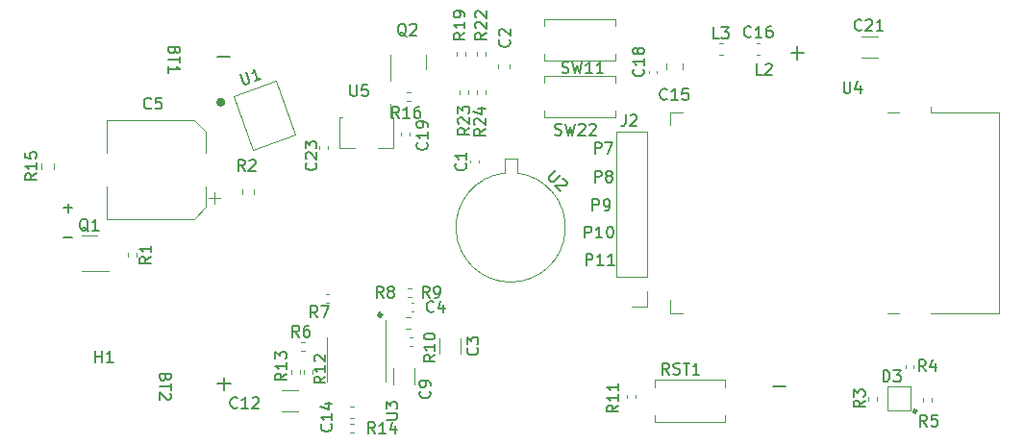
<source format=gbr>
%TF.GenerationSoftware,KiCad,Pcbnew,7.0.1*%
%TF.CreationDate,2023-06-12T22:14:20+07:00*%
%TF.ProjectId,Air Conditioner Energy Saver V7,41697220-436f-46e6-9469-74696f6e6572,rev?*%
%TF.SameCoordinates,Original*%
%TF.FileFunction,Legend,Top*%
%TF.FilePolarity,Positive*%
%FSLAX46Y46*%
G04 Gerber Fmt 4.6, Leading zero omitted, Abs format (unit mm)*
G04 Created by KiCad (PCBNEW 7.0.1) date 2023-06-12 22:14:20*
%MOMM*%
%LPD*%
G01*
G04 APERTURE LIST*
%ADD10C,0.150000*%
%ADD11C,0.200000*%
%ADD12C,0.120000*%
%ADD13C,0.400000*%
%ADD14C,0.300000*%
G04 APERTURE END LIST*
D10*
X149221905Y-91314619D02*
X149221905Y-90314619D01*
X149221905Y-90314619D02*
X149602857Y-90314619D01*
X149602857Y-90314619D02*
X149698095Y-90362238D01*
X149698095Y-90362238D02*
X149745714Y-90409857D01*
X149745714Y-90409857D02*
X149793333Y-90505095D01*
X149793333Y-90505095D02*
X149793333Y-90647952D01*
X149793333Y-90647952D02*
X149745714Y-90743190D01*
X149745714Y-90743190D02*
X149698095Y-90790809D01*
X149698095Y-90790809D02*
X149602857Y-90838428D01*
X149602857Y-90838428D02*
X149221905Y-90838428D01*
X150269524Y-91314619D02*
X150460000Y-91314619D01*
X150460000Y-91314619D02*
X150555238Y-91267000D01*
X150555238Y-91267000D02*
X150602857Y-91219380D01*
X150602857Y-91219380D02*
X150698095Y-91076523D01*
X150698095Y-91076523D02*
X150745714Y-90886047D01*
X150745714Y-90886047D02*
X150745714Y-90505095D01*
X150745714Y-90505095D02*
X150698095Y-90409857D01*
X150698095Y-90409857D02*
X150650476Y-90362238D01*
X150650476Y-90362238D02*
X150555238Y-90314619D01*
X150555238Y-90314619D02*
X150364762Y-90314619D01*
X150364762Y-90314619D02*
X150269524Y-90362238D01*
X150269524Y-90362238D02*
X150221905Y-90409857D01*
X150221905Y-90409857D02*
X150174286Y-90505095D01*
X150174286Y-90505095D02*
X150174286Y-90743190D01*
X150174286Y-90743190D02*
X150221905Y-90838428D01*
X150221905Y-90838428D02*
X150269524Y-90886047D01*
X150269524Y-90886047D02*
X150364762Y-90933666D01*
X150364762Y-90933666D02*
X150555238Y-90933666D01*
X150555238Y-90933666D02*
X150650476Y-90886047D01*
X150650476Y-90886047D02*
X150698095Y-90838428D01*
X150698095Y-90838428D02*
X150745714Y-90743190D01*
X149421905Y-86314619D02*
X149421905Y-85314619D01*
X149421905Y-85314619D02*
X149802857Y-85314619D01*
X149802857Y-85314619D02*
X149898095Y-85362238D01*
X149898095Y-85362238D02*
X149945714Y-85409857D01*
X149945714Y-85409857D02*
X149993333Y-85505095D01*
X149993333Y-85505095D02*
X149993333Y-85647952D01*
X149993333Y-85647952D02*
X149945714Y-85743190D01*
X149945714Y-85743190D02*
X149898095Y-85790809D01*
X149898095Y-85790809D02*
X149802857Y-85838428D01*
X149802857Y-85838428D02*
X149421905Y-85838428D01*
X150326667Y-85314619D02*
X150993333Y-85314619D01*
X150993333Y-85314619D02*
X150564762Y-86314619D01*
X149421905Y-88814619D02*
X149421905Y-87814619D01*
X149421905Y-87814619D02*
X149802857Y-87814619D01*
X149802857Y-87814619D02*
X149898095Y-87862238D01*
X149898095Y-87862238D02*
X149945714Y-87909857D01*
X149945714Y-87909857D02*
X149993333Y-88005095D01*
X149993333Y-88005095D02*
X149993333Y-88147952D01*
X149993333Y-88147952D02*
X149945714Y-88243190D01*
X149945714Y-88243190D02*
X149898095Y-88290809D01*
X149898095Y-88290809D02*
X149802857Y-88338428D01*
X149802857Y-88338428D02*
X149421905Y-88338428D01*
X150564762Y-88243190D02*
X150469524Y-88195571D01*
X150469524Y-88195571D02*
X150421905Y-88147952D01*
X150421905Y-88147952D02*
X150374286Y-88052714D01*
X150374286Y-88052714D02*
X150374286Y-88005095D01*
X150374286Y-88005095D02*
X150421905Y-87909857D01*
X150421905Y-87909857D02*
X150469524Y-87862238D01*
X150469524Y-87862238D02*
X150564762Y-87814619D01*
X150564762Y-87814619D02*
X150755238Y-87814619D01*
X150755238Y-87814619D02*
X150850476Y-87862238D01*
X150850476Y-87862238D02*
X150898095Y-87909857D01*
X150898095Y-87909857D02*
X150945714Y-88005095D01*
X150945714Y-88005095D02*
X150945714Y-88052714D01*
X150945714Y-88052714D02*
X150898095Y-88147952D01*
X150898095Y-88147952D02*
X150850476Y-88195571D01*
X150850476Y-88195571D02*
X150755238Y-88243190D01*
X150755238Y-88243190D02*
X150564762Y-88243190D01*
X150564762Y-88243190D02*
X150469524Y-88290809D01*
X150469524Y-88290809D02*
X150421905Y-88338428D01*
X150421905Y-88338428D02*
X150374286Y-88433666D01*
X150374286Y-88433666D02*
X150374286Y-88624142D01*
X150374286Y-88624142D02*
X150421905Y-88719380D01*
X150421905Y-88719380D02*
X150469524Y-88767000D01*
X150469524Y-88767000D02*
X150564762Y-88814619D01*
X150564762Y-88814619D02*
X150755238Y-88814619D01*
X150755238Y-88814619D02*
X150850476Y-88767000D01*
X150850476Y-88767000D02*
X150898095Y-88719380D01*
X150898095Y-88719380D02*
X150945714Y-88624142D01*
X150945714Y-88624142D02*
X150945714Y-88433666D01*
X150945714Y-88433666D02*
X150898095Y-88338428D01*
X150898095Y-88338428D02*
X150850476Y-88290809D01*
X150850476Y-88290809D02*
X150755238Y-88243190D01*
X148645714Y-96114619D02*
X148645714Y-95114619D01*
X148645714Y-95114619D02*
X149026666Y-95114619D01*
X149026666Y-95114619D02*
X149121904Y-95162238D01*
X149121904Y-95162238D02*
X149169523Y-95209857D01*
X149169523Y-95209857D02*
X149217142Y-95305095D01*
X149217142Y-95305095D02*
X149217142Y-95447952D01*
X149217142Y-95447952D02*
X149169523Y-95543190D01*
X149169523Y-95543190D02*
X149121904Y-95590809D01*
X149121904Y-95590809D02*
X149026666Y-95638428D01*
X149026666Y-95638428D02*
X148645714Y-95638428D01*
X150169523Y-96114619D02*
X149598095Y-96114619D01*
X149883809Y-96114619D02*
X149883809Y-95114619D01*
X149883809Y-95114619D02*
X149788571Y-95257476D01*
X149788571Y-95257476D02*
X149693333Y-95352714D01*
X149693333Y-95352714D02*
X149598095Y-95400333D01*
X151121904Y-96114619D02*
X150550476Y-96114619D01*
X150836190Y-96114619D02*
X150836190Y-95114619D01*
X150836190Y-95114619D02*
X150740952Y-95257476D01*
X150740952Y-95257476D02*
X150645714Y-95352714D01*
X150645714Y-95352714D02*
X150550476Y-95400333D01*
X102619048Y-91081666D02*
X103380953Y-91081666D01*
X103000000Y-91462619D02*
X103000000Y-90700714D01*
X102619048Y-93681666D02*
X103380953Y-93681666D01*
X148545714Y-93714619D02*
X148545714Y-92714619D01*
X148545714Y-92714619D02*
X148926666Y-92714619D01*
X148926666Y-92714619D02*
X149021904Y-92762238D01*
X149021904Y-92762238D02*
X149069523Y-92809857D01*
X149069523Y-92809857D02*
X149117142Y-92905095D01*
X149117142Y-92905095D02*
X149117142Y-93047952D01*
X149117142Y-93047952D02*
X149069523Y-93143190D01*
X149069523Y-93143190D02*
X149021904Y-93190809D01*
X149021904Y-93190809D02*
X148926666Y-93238428D01*
X148926666Y-93238428D02*
X148545714Y-93238428D01*
X150069523Y-93714619D02*
X149498095Y-93714619D01*
X149783809Y-93714619D02*
X149783809Y-92714619D01*
X149783809Y-92714619D02*
X149688571Y-92857476D01*
X149688571Y-92857476D02*
X149593333Y-92952714D01*
X149593333Y-92952714D02*
X149498095Y-93000333D01*
X150688571Y-92714619D02*
X150783809Y-92714619D01*
X150783809Y-92714619D02*
X150879047Y-92762238D01*
X150879047Y-92762238D02*
X150926666Y-92809857D01*
X150926666Y-92809857D02*
X150974285Y-92905095D01*
X150974285Y-92905095D02*
X151021904Y-93095571D01*
X151021904Y-93095571D02*
X151021904Y-93333666D01*
X151021904Y-93333666D02*
X150974285Y-93524142D01*
X150974285Y-93524142D02*
X150926666Y-93619380D01*
X150926666Y-93619380D02*
X150879047Y-93667000D01*
X150879047Y-93667000D02*
X150783809Y-93714619D01*
X150783809Y-93714619D02*
X150688571Y-93714619D01*
X150688571Y-93714619D02*
X150593333Y-93667000D01*
X150593333Y-93667000D02*
X150545714Y-93619380D01*
X150545714Y-93619380D02*
X150498095Y-93524142D01*
X150498095Y-93524142D02*
X150450476Y-93333666D01*
X150450476Y-93333666D02*
X150450476Y-93095571D01*
X150450476Y-93095571D02*
X150498095Y-92905095D01*
X150498095Y-92905095D02*
X150545714Y-92809857D01*
X150545714Y-92809857D02*
X150593333Y-92762238D01*
X150593333Y-92762238D02*
X150688571Y-92714619D01*
%TO.C,C5*%
X110333333Y-82267380D02*
X110285714Y-82315000D01*
X110285714Y-82315000D02*
X110142857Y-82362619D01*
X110142857Y-82362619D02*
X110047619Y-82362619D01*
X110047619Y-82362619D02*
X109904762Y-82315000D01*
X109904762Y-82315000D02*
X109809524Y-82219761D01*
X109809524Y-82219761D02*
X109761905Y-82124523D01*
X109761905Y-82124523D02*
X109714286Y-81934047D01*
X109714286Y-81934047D02*
X109714286Y-81791190D01*
X109714286Y-81791190D02*
X109761905Y-81600714D01*
X109761905Y-81600714D02*
X109809524Y-81505476D01*
X109809524Y-81505476D02*
X109904762Y-81410238D01*
X109904762Y-81410238D02*
X110047619Y-81362619D01*
X110047619Y-81362619D02*
X110142857Y-81362619D01*
X110142857Y-81362619D02*
X110285714Y-81410238D01*
X110285714Y-81410238D02*
X110333333Y-81457857D01*
X111238095Y-81362619D02*
X110761905Y-81362619D01*
X110761905Y-81362619D02*
X110714286Y-81838809D01*
X110714286Y-81838809D02*
X110761905Y-81791190D01*
X110761905Y-81791190D02*
X110857143Y-81743571D01*
X110857143Y-81743571D02*
X111095238Y-81743571D01*
X111095238Y-81743571D02*
X111190476Y-81791190D01*
X111190476Y-81791190D02*
X111238095Y-81838809D01*
X111238095Y-81838809D02*
X111285714Y-81934047D01*
X111285714Y-81934047D02*
X111285714Y-82172142D01*
X111285714Y-82172142D02*
X111238095Y-82267380D01*
X111238095Y-82267380D02*
X111190476Y-82315000D01*
X111190476Y-82315000D02*
X111095238Y-82362619D01*
X111095238Y-82362619D02*
X110857143Y-82362619D01*
X110857143Y-82362619D02*
X110761905Y-82315000D01*
X110761905Y-82315000D02*
X110714286Y-82267380D01*
%TO.C,U1*%
X118172677Y-79311141D02*
X118449551Y-80071845D01*
X118449551Y-80071845D02*
X118526871Y-80145053D01*
X118526871Y-80145053D02*
X118587905Y-80173513D01*
X118587905Y-80173513D02*
X118693686Y-80185687D01*
X118693686Y-80185687D02*
X118872675Y-80120541D01*
X118872675Y-80120541D02*
X118945883Y-80043220D01*
X118945883Y-80043220D02*
X118974344Y-79982186D01*
X118974344Y-79982186D02*
X118986518Y-79876405D01*
X118986518Y-79876405D02*
X118709644Y-79115701D01*
X119991357Y-79713374D02*
X119454390Y-79908814D01*
X119722873Y-79811094D02*
X119380853Y-78871401D01*
X119380853Y-78871401D02*
X119340219Y-79038216D01*
X119340219Y-79038216D02*
X119283298Y-79160284D01*
X119283298Y-79160284D02*
X119210090Y-79237605D01*
%TO.C,R5*%
X178649333Y-110317619D02*
X178316000Y-109841428D01*
X178077905Y-110317619D02*
X178077905Y-109317619D01*
X178077905Y-109317619D02*
X178458857Y-109317619D01*
X178458857Y-109317619D02*
X178554095Y-109365238D01*
X178554095Y-109365238D02*
X178601714Y-109412857D01*
X178601714Y-109412857D02*
X178649333Y-109508095D01*
X178649333Y-109508095D02*
X178649333Y-109650952D01*
X178649333Y-109650952D02*
X178601714Y-109746190D01*
X178601714Y-109746190D02*
X178554095Y-109793809D01*
X178554095Y-109793809D02*
X178458857Y-109841428D01*
X178458857Y-109841428D02*
X178077905Y-109841428D01*
X179554095Y-109317619D02*
X179077905Y-109317619D01*
X179077905Y-109317619D02*
X179030286Y-109793809D01*
X179030286Y-109793809D02*
X179077905Y-109746190D01*
X179077905Y-109746190D02*
X179173143Y-109698571D01*
X179173143Y-109698571D02*
X179411238Y-109698571D01*
X179411238Y-109698571D02*
X179506476Y-109746190D01*
X179506476Y-109746190D02*
X179554095Y-109793809D01*
X179554095Y-109793809D02*
X179601714Y-109889047D01*
X179601714Y-109889047D02*
X179601714Y-110127142D01*
X179601714Y-110127142D02*
X179554095Y-110222380D01*
X179554095Y-110222380D02*
X179506476Y-110270000D01*
X179506476Y-110270000D02*
X179411238Y-110317619D01*
X179411238Y-110317619D02*
X179173143Y-110317619D01*
X179173143Y-110317619D02*
X179077905Y-110270000D01*
X179077905Y-110270000D02*
X179030286Y-110222380D01*
%TO.C,SW11*%
X146526476Y-79155000D02*
X146669333Y-79202619D01*
X146669333Y-79202619D02*
X146907428Y-79202619D01*
X146907428Y-79202619D02*
X147002666Y-79155000D01*
X147002666Y-79155000D02*
X147050285Y-79107380D01*
X147050285Y-79107380D02*
X147097904Y-79012142D01*
X147097904Y-79012142D02*
X147097904Y-78916904D01*
X147097904Y-78916904D02*
X147050285Y-78821666D01*
X147050285Y-78821666D02*
X147002666Y-78774047D01*
X147002666Y-78774047D02*
X146907428Y-78726428D01*
X146907428Y-78726428D02*
X146716952Y-78678809D01*
X146716952Y-78678809D02*
X146621714Y-78631190D01*
X146621714Y-78631190D02*
X146574095Y-78583571D01*
X146574095Y-78583571D02*
X146526476Y-78488333D01*
X146526476Y-78488333D02*
X146526476Y-78393095D01*
X146526476Y-78393095D02*
X146574095Y-78297857D01*
X146574095Y-78297857D02*
X146621714Y-78250238D01*
X146621714Y-78250238D02*
X146716952Y-78202619D01*
X146716952Y-78202619D02*
X146955047Y-78202619D01*
X146955047Y-78202619D02*
X147097904Y-78250238D01*
X147431238Y-78202619D02*
X147669333Y-79202619D01*
X147669333Y-79202619D02*
X147859809Y-78488333D01*
X147859809Y-78488333D02*
X148050285Y-79202619D01*
X148050285Y-79202619D02*
X148288381Y-78202619D01*
X149193142Y-79202619D02*
X148621714Y-79202619D01*
X148907428Y-79202619D02*
X148907428Y-78202619D01*
X148907428Y-78202619D02*
X148812190Y-78345476D01*
X148812190Y-78345476D02*
X148716952Y-78440714D01*
X148716952Y-78440714D02*
X148621714Y-78488333D01*
X150145523Y-79202619D02*
X149574095Y-79202619D01*
X149859809Y-79202619D02*
X149859809Y-78202619D01*
X149859809Y-78202619D02*
X149764571Y-78345476D01*
X149764571Y-78345476D02*
X149669333Y-78440714D01*
X149669333Y-78440714D02*
X149574095Y-78488333D01*
%TO.C,R6*%
X123377692Y-102443619D02*
X123044359Y-101967428D01*
X122806264Y-102443619D02*
X122806264Y-101443619D01*
X122806264Y-101443619D02*
X123187216Y-101443619D01*
X123187216Y-101443619D02*
X123282454Y-101491238D01*
X123282454Y-101491238D02*
X123330073Y-101538857D01*
X123330073Y-101538857D02*
X123377692Y-101634095D01*
X123377692Y-101634095D02*
X123377692Y-101776952D01*
X123377692Y-101776952D02*
X123330073Y-101872190D01*
X123330073Y-101872190D02*
X123282454Y-101919809D01*
X123282454Y-101919809D02*
X123187216Y-101967428D01*
X123187216Y-101967428D02*
X122806264Y-101967428D01*
X124234835Y-101443619D02*
X124044359Y-101443619D01*
X124044359Y-101443619D02*
X123949121Y-101491238D01*
X123949121Y-101491238D02*
X123901502Y-101538857D01*
X123901502Y-101538857D02*
X123806264Y-101681714D01*
X123806264Y-101681714D02*
X123758645Y-101872190D01*
X123758645Y-101872190D02*
X123758645Y-102253142D01*
X123758645Y-102253142D02*
X123806264Y-102348380D01*
X123806264Y-102348380D02*
X123853883Y-102396000D01*
X123853883Y-102396000D02*
X123949121Y-102443619D01*
X123949121Y-102443619D02*
X124139597Y-102443619D01*
X124139597Y-102443619D02*
X124234835Y-102396000D01*
X124234835Y-102396000D02*
X124282454Y-102348380D01*
X124282454Y-102348380D02*
X124330073Y-102253142D01*
X124330073Y-102253142D02*
X124330073Y-102015047D01*
X124330073Y-102015047D02*
X124282454Y-101919809D01*
X124282454Y-101919809D02*
X124234835Y-101872190D01*
X124234835Y-101872190D02*
X124139597Y-101824571D01*
X124139597Y-101824571D02*
X123949121Y-101824571D01*
X123949121Y-101824571D02*
X123853883Y-101872190D01*
X123853883Y-101872190D02*
X123806264Y-101919809D01*
X123806264Y-101919809D02*
X123758645Y-102015047D01*
%TO.C,Q2*%
X132804761Y-75957857D02*
X132709523Y-75910238D01*
X132709523Y-75910238D02*
X132614285Y-75815000D01*
X132614285Y-75815000D02*
X132471428Y-75672142D01*
X132471428Y-75672142D02*
X132376190Y-75624523D01*
X132376190Y-75624523D02*
X132280952Y-75624523D01*
X132328571Y-75862619D02*
X132233333Y-75815000D01*
X132233333Y-75815000D02*
X132138095Y-75719761D01*
X132138095Y-75719761D02*
X132090476Y-75529285D01*
X132090476Y-75529285D02*
X132090476Y-75195952D01*
X132090476Y-75195952D02*
X132138095Y-75005476D01*
X132138095Y-75005476D02*
X132233333Y-74910238D01*
X132233333Y-74910238D02*
X132328571Y-74862619D01*
X132328571Y-74862619D02*
X132519047Y-74862619D01*
X132519047Y-74862619D02*
X132614285Y-74910238D01*
X132614285Y-74910238D02*
X132709523Y-75005476D01*
X132709523Y-75005476D02*
X132757142Y-75195952D01*
X132757142Y-75195952D02*
X132757142Y-75529285D01*
X132757142Y-75529285D02*
X132709523Y-75719761D01*
X132709523Y-75719761D02*
X132614285Y-75815000D01*
X132614285Y-75815000D02*
X132519047Y-75862619D01*
X132519047Y-75862619D02*
X132328571Y-75862619D01*
X133138095Y-74957857D02*
X133185714Y-74910238D01*
X133185714Y-74910238D02*
X133280952Y-74862619D01*
X133280952Y-74862619D02*
X133519047Y-74862619D01*
X133519047Y-74862619D02*
X133614285Y-74910238D01*
X133614285Y-74910238D02*
X133661904Y-74957857D01*
X133661904Y-74957857D02*
X133709523Y-75053095D01*
X133709523Y-75053095D02*
X133709523Y-75148333D01*
X133709523Y-75148333D02*
X133661904Y-75291190D01*
X133661904Y-75291190D02*
X133090476Y-75862619D01*
X133090476Y-75862619D02*
X133709523Y-75862619D01*
%TO.C,C3*%
X139051380Y-103417666D02*
X139099000Y-103465285D01*
X139099000Y-103465285D02*
X139146619Y-103608142D01*
X139146619Y-103608142D02*
X139146619Y-103703380D01*
X139146619Y-103703380D02*
X139099000Y-103846237D01*
X139099000Y-103846237D02*
X139003761Y-103941475D01*
X139003761Y-103941475D02*
X138908523Y-103989094D01*
X138908523Y-103989094D02*
X138718047Y-104036713D01*
X138718047Y-104036713D02*
X138575190Y-104036713D01*
X138575190Y-104036713D02*
X138384714Y-103989094D01*
X138384714Y-103989094D02*
X138289476Y-103941475D01*
X138289476Y-103941475D02*
X138194238Y-103846237D01*
X138194238Y-103846237D02*
X138146619Y-103703380D01*
X138146619Y-103703380D02*
X138146619Y-103608142D01*
X138146619Y-103608142D02*
X138194238Y-103465285D01*
X138194238Y-103465285D02*
X138241857Y-103417666D01*
X138146619Y-103084332D02*
X138146619Y-102465285D01*
X138146619Y-102465285D02*
X138527571Y-102798618D01*
X138527571Y-102798618D02*
X138527571Y-102655761D01*
X138527571Y-102655761D02*
X138575190Y-102560523D01*
X138575190Y-102560523D02*
X138622809Y-102512904D01*
X138622809Y-102512904D02*
X138718047Y-102465285D01*
X138718047Y-102465285D02*
X138956142Y-102465285D01*
X138956142Y-102465285D02*
X139051380Y-102512904D01*
X139051380Y-102512904D02*
X139099000Y-102560523D01*
X139099000Y-102560523D02*
X139146619Y-102655761D01*
X139146619Y-102655761D02*
X139146619Y-102941475D01*
X139146619Y-102941475D02*
X139099000Y-103036713D01*
X139099000Y-103036713D02*
X139051380Y-103084332D01*
%TO.C,RST1*%
X155948190Y-105745619D02*
X155614857Y-105269428D01*
X155376762Y-105745619D02*
X155376762Y-104745619D01*
X155376762Y-104745619D02*
X155757714Y-104745619D01*
X155757714Y-104745619D02*
X155852952Y-104793238D01*
X155852952Y-104793238D02*
X155900571Y-104840857D01*
X155900571Y-104840857D02*
X155948190Y-104936095D01*
X155948190Y-104936095D02*
X155948190Y-105078952D01*
X155948190Y-105078952D02*
X155900571Y-105174190D01*
X155900571Y-105174190D02*
X155852952Y-105221809D01*
X155852952Y-105221809D02*
X155757714Y-105269428D01*
X155757714Y-105269428D02*
X155376762Y-105269428D01*
X156329143Y-105698000D02*
X156472000Y-105745619D01*
X156472000Y-105745619D02*
X156710095Y-105745619D01*
X156710095Y-105745619D02*
X156805333Y-105698000D01*
X156805333Y-105698000D02*
X156852952Y-105650380D01*
X156852952Y-105650380D02*
X156900571Y-105555142D01*
X156900571Y-105555142D02*
X156900571Y-105459904D01*
X156900571Y-105459904D02*
X156852952Y-105364666D01*
X156852952Y-105364666D02*
X156805333Y-105317047D01*
X156805333Y-105317047D02*
X156710095Y-105269428D01*
X156710095Y-105269428D02*
X156519619Y-105221809D01*
X156519619Y-105221809D02*
X156424381Y-105174190D01*
X156424381Y-105174190D02*
X156376762Y-105126571D01*
X156376762Y-105126571D02*
X156329143Y-105031333D01*
X156329143Y-105031333D02*
X156329143Y-104936095D01*
X156329143Y-104936095D02*
X156376762Y-104840857D01*
X156376762Y-104840857D02*
X156424381Y-104793238D01*
X156424381Y-104793238D02*
X156519619Y-104745619D01*
X156519619Y-104745619D02*
X156757714Y-104745619D01*
X156757714Y-104745619D02*
X156900571Y-104793238D01*
X157186286Y-104745619D02*
X157757714Y-104745619D01*
X157472000Y-105745619D02*
X157472000Y-104745619D01*
X158614857Y-105745619D02*
X158043429Y-105745619D01*
X158329143Y-105745619D02*
X158329143Y-104745619D01*
X158329143Y-104745619D02*
X158233905Y-104888476D01*
X158233905Y-104888476D02*
X158138667Y-104983714D01*
X158138667Y-104983714D02*
X158043429Y-105031333D01*
%TO.C,C16*%
X163157142Y-75967380D02*
X163109523Y-76015000D01*
X163109523Y-76015000D02*
X162966666Y-76062619D01*
X162966666Y-76062619D02*
X162871428Y-76062619D01*
X162871428Y-76062619D02*
X162728571Y-76015000D01*
X162728571Y-76015000D02*
X162633333Y-75919761D01*
X162633333Y-75919761D02*
X162585714Y-75824523D01*
X162585714Y-75824523D02*
X162538095Y-75634047D01*
X162538095Y-75634047D02*
X162538095Y-75491190D01*
X162538095Y-75491190D02*
X162585714Y-75300714D01*
X162585714Y-75300714D02*
X162633333Y-75205476D01*
X162633333Y-75205476D02*
X162728571Y-75110238D01*
X162728571Y-75110238D02*
X162871428Y-75062619D01*
X162871428Y-75062619D02*
X162966666Y-75062619D01*
X162966666Y-75062619D02*
X163109523Y-75110238D01*
X163109523Y-75110238D02*
X163157142Y-75157857D01*
X164109523Y-76062619D02*
X163538095Y-76062619D01*
X163823809Y-76062619D02*
X163823809Y-75062619D01*
X163823809Y-75062619D02*
X163728571Y-75205476D01*
X163728571Y-75205476D02*
X163633333Y-75300714D01*
X163633333Y-75300714D02*
X163538095Y-75348333D01*
X164966666Y-75062619D02*
X164776190Y-75062619D01*
X164776190Y-75062619D02*
X164680952Y-75110238D01*
X164680952Y-75110238D02*
X164633333Y-75157857D01*
X164633333Y-75157857D02*
X164538095Y-75300714D01*
X164538095Y-75300714D02*
X164490476Y-75491190D01*
X164490476Y-75491190D02*
X164490476Y-75872142D01*
X164490476Y-75872142D02*
X164538095Y-75967380D01*
X164538095Y-75967380D02*
X164585714Y-76015000D01*
X164585714Y-76015000D02*
X164680952Y-76062619D01*
X164680952Y-76062619D02*
X164871428Y-76062619D01*
X164871428Y-76062619D02*
X164966666Y-76015000D01*
X164966666Y-76015000D02*
X165014285Y-75967380D01*
X165014285Y-75967380D02*
X165061904Y-75872142D01*
X165061904Y-75872142D02*
X165061904Y-75634047D01*
X165061904Y-75634047D02*
X165014285Y-75538809D01*
X165014285Y-75538809D02*
X164966666Y-75491190D01*
X164966666Y-75491190D02*
X164871428Y-75443571D01*
X164871428Y-75443571D02*
X164680952Y-75443571D01*
X164680952Y-75443571D02*
X164585714Y-75491190D01*
X164585714Y-75491190D02*
X164538095Y-75538809D01*
X164538095Y-75538809D02*
X164490476Y-75634047D01*
%TO.C,J2*%
X152120666Y-82867619D02*
X152120666Y-83581904D01*
X152120666Y-83581904D02*
X152073047Y-83724761D01*
X152073047Y-83724761D02*
X151977809Y-83820000D01*
X151977809Y-83820000D02*
X151834952Y-83867619D01*
X151834952Y-83867619D02*
X151739714Y-83867619D01*
X152549238Y-82962857D02*
X152596857Y-82915238D01*
X152596857Y-82915238D02*
X152692095Y-82867619D01*
X152692095Y-82867619D02*
X152930190Y-82867619D01*
X152930190Y-82867619D02*
X153025428Y-82915238D01*
X153025428Y-82915238D02*
X153073047Y-82962857D01*
X153073047Y-82962857D02*
X153120666Y-83058095D01*
X153120666Y-83058095D02*
X153120666Y-83153333D01*
X153120666Y-83153333D02*
X153073047Y-83296190D01*
X153073047Y-83296190D02*
X152501619Y-83867619D01*
X152501619Y-83867619D02*
X153120666Y-83867619D01*
%TO.C,R11*%
X151465619Y-108465857D02*
X150989428Y-108799190D01*
X151465619Y-109037285D02*
X150465619Y-109037285D01*
X150465619Y-109037285D02*
X150465619Y-108656333D01*
X150465619Y-108656333D02*
X150513238Y-108561095D01*
X150513238Y-108561095D02*
X150560857Y-108513476D01*
X150560857Y-108513476D02*
X150656095Y-108465857D01*
X150656095Y-108465857D02*
X150798952Y-108465857D01*
X150798952Y-108465857D02*
X150894190Y-108513476D01*
X150894190Y-108513476D02*
X150941809Y-108561095D01*
X150941809Y-108561095D02*
X150989428Y-108656333D01*
X150989428Y-108656333D02*
X150989428Y-109037285D01*
X151465619Y-107513476D02*
X151465619Y-108084904D01*
X151465619Y-107799190D02*
X150465619Y-107799190D01*
X150465619Y-107799190D02*
X150608476Y-107894428D01*
X150608476Y-107894428D02*
X150703714Y-107989666D01*
X150703714Y-107989666D02*
X150751333Y-108084904D01*
X151465619Y-106561095D02*
X151465619Y-107132523D01*
X151465619Y-106846809D02*
X150465619Y-106846809D01*
X150465619Y-106846809D02*
X150608476Y-106942047D01*
X150608476Y-106942047D02*
X150703714Y-107037285D01*
X150703714Y-107037285D02*
X150751333Y-107132523D01*
%TO.C,R16*%
X132157142Y-83162619D02*
X131823809Y-82686428D01*
X131585714Y-83162619D02*
X131585714Y-82162619D01*
X131585714Y-82162619D02*
X131966666Y-82162619D01*
X131966666Y-82162619D02*
X132061904Y-82210238D01*
X132061904Y-82210238D02*
X132109523Y-82257857D01*
X132109523Y-82257857D02*
X132157142Y-82353095D01*
X132157142Y-82353095D02*
X132157142Y-82495952D01*
X132157142Y-82495952D02*
X132109523Y-82591190D01*
X132109523Y-82591190D02*
X132061904Y-82638809D01*
X132061904Y-82638809D02*
X131966666Y-82686428D01*
X131966666Y-82686428D02*
X131585714Y-82686428D01*
X133109523Y-83162619D02*
X132538095Y-83162619D01*
X132823809Y-83162619D02*
X132823809Y-82162619D01*
X132823809Y-82162619D02*
X132728571Y-82305476D01*
X132728571Y-82305476D02*
X132633333Y-82400714D01*
X132633333Y-82400714D02*
X132538095Y-82448333D01*
X133966666Y-82162619D02*
X133776190Y-82162619D01*
X133776190Y-82162619D02*
X133680952Y-82210238D01*
X133680952Y-82210238D02*
X133633333Y-82257857D01*
X133633333Y-82257857D02*
X133538095Y-82400714D01*
X133538095Y-82400714D02*
X133490476Y-82591190D01*
X133490476Y-82591190D02*
X133490476Y-82972142D01*
X133490476Y-82972142D02*
X133538095Y-83067380D01*
X133538095Y-83067380D02*
X133585714Y-83115000D01*
X133585714Y-83115000D02*
X133680952Y-83162619D01*
X133680952Y-83162619D02*
X133871428Y-83162619D01*
X133871428Y-83162619D02*
X133966666Y-83115000D01*
X133966666Y-83115000D02*
X134014285Y-83067380D01*
X134014285Y-83067380D02*
X134061904Y-82972142D01*
X134061904Y-82972142D02*
X134061904Y-82734047D01*
X134061904Y-82734047D02*
X134014285Y-82638809D01*
X134014285Y-82638809D02*
X133966666Y-82591190D01*
X133966666Y-82591190D02*
X133871428Y-82543571D01*
X133871428Y-82543571D02*
X133680952Y-82543571D01*
X133680952Y-82543571D02*
X133585714Y-82591190D01*
X133585714Y-82591190D02*
X133538095Y-82638809D01*
X133538095Y-82638809D02*
X133490476Y-82734047D01*
%TO.C,R1*%
X110332619Y-95366666D02*
X109856428Y-95699999D01*
X110332619Y-95938094D02*
X109332619Y-95938094D01*
X109332619Y-95938094D02*
X109332619Y-95557142D01*
X109332619Y-95557142D02*
X109380238Y-95461904D01*
X109380238Y-95461904D02*
X109427857Y-95414285D01*
X109427857Y-95414285D02*
X109523095Y-95366666D01*
X109523095Y-95366666D02*
X109665952Y-95366666D01*
X109665952Y-95366666D02*
X109761190Y-95414285D01*
X109761190Y-95414285D02*
X109808809Y-95461904D01*
X109808809Y-95461904D02*
X109856428Y-95557142D01*
X109856428Y-95557142D02*
X109856428Y-95938094D01*
X110332619Y-94414285D02*
X110332619Y-94985713D01*
X110332619Y-94699999D02*
X109332619Y-94699999D01*
X109332619Y-94699999D02*
X109475476Y-94795237D01*
X109475476Y-94795237D02*
X109570714Y-94890475D01*
X109570714Y-94890475D02*
X109618333Y-94985713D01*
%TO.C,U4*%
X171338095Y-79962619D02*
X171338095Y-80772142D01*
X171338095Y-80772142D02*
X171385714Y-80867380D01*
X171385714Y-80867380D02*
X171433333Y-80915000D01*
X171433333Y-80915000D02*
X171528571Y-80962619D01*
X171528571Y-80962619D02*
X171719047Y-80962619D01*
X171719047Y-80962619D02*
X171814285Y-80915000D01*
X171814285Y-80915000D02*
X171861904Y-80867380D01*
X171861904Y-80867380D02*
X171909523Y-80772142D01*
X171909523Y-80772142D02*
X171909523Y-79962619D01*
X172814285Y-80295952D02*
X172814285Y-80962619D01*
X172576190Y-79915000D02*
X172338095Y-80629285D01*
X172338095Y-80629285D02*
X172957142Y-80629285D01*
%TO.C,L3*%
X160333333Y-76162619D02*
X159857143Y-76162619D01*
X159857143Y-76162619D02*
X159857143Y-75162619D01*
X160571429Y-75162619D02*
X161190476Y-75162619D01*
X161190476Y-75162619D02*
X160857143Y-75543571D01*
X160857143Y-75543571D02*
X161000000Y-75543571D01*
X161000000Y-75543571D02*
X161095238Y-75591190D01*
X161095238Y-75591190D02*
X161142857Y-75638809D01*
X161142857Y-75638809D02*
X161190476Y-75734047D01*
X161190476Y-75734047D02*
X161190476Y-75972142D01*
X161190476Y-75972142D02*
X161142857Y-76067380D01*
X161142857Y-76067380D02*
X161095238Y-76115000D01*
X161095238Y-76115000D02*
X161000000Y-76162619D01*
X161000000Y-76162619D02*
X160714286Y-76162619D01*
X160714286Y-76162619D02*
X160619048Y-76115000D01*
X160619048Y-76115000D02*
X160571429Y-76067380D01*
%TO.C,R12*%
X125684619Y-105925857D02*
X125208428Y-106259190D01*
X125684619Y-106497285D02*
X124684619Y-106497285D01*
X124684619Y-106497285D02*
X124684619Y-106116333D01*
X124684619Y-106116333D02*
X124732238Y-106021095D01*
X124732238Y-106021095D02*
X124779857Y-105973476D01*
X124779857Y-105973476D02*
X124875095Y-105925857D01*
X124875095Y-105925857D02*
X125017952Y-105925857D01*
X125017952Y-105925857D02*
X125113190Y-105973476D01*
X125113190Y-105973476D02*
X125160809Y-106021095D01*
X125160809Y-106021095D02*
X125208428Y-106116333D01*
X125208428Y-106116333D02*
X125208428Y-106497285D01*
X125684619Y-104973476D02*
X125684619Y-105544904D01*
X125684619Y-105259190D02*
X124684619Y-105259190D01*
X124684619Y-105259190D02*
X124827476Y-105354428D01*
X124827476Y-105354428D02*
X124922714Y-105449666D01*
X124922714Y-105449666D02*
X124970333Y-105544904D01*
X124779857Y-104592523D02*
X124732238Y-104544904D01*
X124732238Y-104544904D02*
X124684619Y-104449666D01*
X124684619Y-104449666D02*
X124684619Y-104211571D01*
X124684619Y-104211571D02*
X124732238Y-104116333D01*
X124732238Y-104116333D02*
X124779857Y-104068714D01*
X124779857Y-104068714D02*
X124875095Y-104021095D01*
X124875095Y-104021095D02*
X124970333Y-104021095D01*
X124970333Y-104021095D02*
X125113190Y-104068714D01*
X125113190Y-104068714D02*
X125684619Y-104640142D01*
X125684619Y-104640142D02*
X125684619Y-104021095D01*
%TO.C,R2*%
X118578333Y-87838619D02*
X118245000Y-87362428D01*
X118006905Y-87838619D02*
X118006905Y-86838619D01*
X118006905Y-86838619D02*
X118387857Y-86838619D01*
X118387857Y-86838619D02*
X118483095Y-86886238D01*
X118483095Y-86886238D02*
X118530714Y-86933857D01*
X118530714Y-86933857D02*
X118578333Y-87029095D01*
X118578333Y-87029095D02*
X118578333Y-87171952D01*
X118578333Y-87171952D02*
X118530714Y-87267190D01*
X118530714Y-87267190D02*
X118483095Y-87314809D01*
X118483095Y-87314809D02*
X118387857Y-87362428D01*
X118387857Y-87362428D02*
X118006905Y-87362428D01*
X118959286Y-86933857D02*
X119006905Y-86886238D01*
X119006905Y-86886238D02*
X119102143Y-86838619D01*
X119102143Y-86838619D02*
X119340238Y-86838619D01*
X119340238Y-86838619D02*
X119435476Y-86886238D01*
X119435476Y-86886238D02*
X119483095Y-86933857D01*
X119483095Y-86933857D02*
X119530714Y-87029095D01*
X119530714Y-87029095D02*
X119530714Y-87124333D01*
X119530714Y-87124333D02*
X119483095Y-87267190D01*
X119483095Y-87267190D02*
X118911667Y-87838619D01*
X118911667Y-87838619D02*
X119530714Y-87838619D01*
%TO.C,R15*%
X100251619Y-88042857D02*
X99775428Y-88376190D01*
X100251619Y-88614285D02*
X99251619Y-88614285D01*
X99251619Y-88614285D02*
X99251619Y-88233333D01*
X99251619Y-88233333D02*
X99299238Y-88138095D01*
X99299238Y-88138095D02*
X99346857Y-88090476D01*
X99346857Y-88090476D02*
X99442095Y-88042857D01*
X99442095Y-88042857D02*
X99584952Y-88042857D01*
X99584952Y-88042857D02*
X99680190Y-88090476D01*
X99680190Y-88090476D02*
X99727809Y-88138095D01*
X99727809Y-88138095D02*
X99775428Y-88233333D01*
X99775428Y-88233333D02*
X99775428Y-88614285D01*
X100251619Y-87090476D02*
X100251619Y-87661904D01*
X100251619Y-87376190D02*
X99251619Y-87376190D01*
X99251619Y-87376190D02*
X99394476Y-87471428D01*
X99394476Y-87471428D02*
X99489714Y-87566666D01*
X99489714Y-87566666D02*
X99537333Y-87661904D01*
X99251619Y-86185714D02*
X99251619Y-86661904D01*
X99251619Y-86661904D02*
X99727809Y-86709523D01*
X99727809Y-86709523D02*
X99680190Y-86661904D01*
X99680190Y-86661904D02*
X99632571Y-86566666D01*
X99632571Y-86566666D02*
X99632571Y-86328571D01*
X99632571Y-86328571D02*
X99680190Y-86233333D01*
X99680190Y-86233333D02*
X99727809Y-86185714D01*
X99727809Y-86185714D02*
X99823047Y-86138095D01*
X99823047Y-86138095D02*
X100061142Y-86138095D01*
X100061142Y-86138095D02*
X100156380Y-86185714D01*
X100156380Y-86185714D02*
X100204000Y-86233333D01*
X100204000Y-86233333D02*
X100251619Y-86328571D01*
X100251619Y-86328571D02*
X100251619Y-86566666D01*
X100251619Y-86566666D02*
X100204000Y-86661904D01*
X100204000Y-86661904D02*
X100156380Y-86709523D01*
%TO.C,C18*%
X153656380Y-78874857D02*
X153704000Y-78922476D01*
X153704000Y-78922476D02*
X153751619Y-79065333D01*
X153751619Y-79065333D02*
X153751619Y-79160571D01*
X153751619Y-79160571D02*
X153704000Y-79303428D01*
X153704000Y-79303428D02*
X153608761Y-79398666D01*
X153608761Y-79398666D02*
X153513523Y-79446285D01*
X153513523Y-79446285D02*
X153323047Y-79493904D01*
X153323047Y-79493904D02*
X153180190Y-79493904D01*
X153180190Y-79493904D02*
X152989714Y-79446285D01*
X152989714Y-79446285D02*
X152894476Y-79398666D01*
X152894476Y-79398666D02*
X152799238Y-79303428D01*
X152799238Y-79303428D02*
X152751619Y-79160571D01*
X152751619Y-79160571D02*
X152751619Y-79065333D01*
X152751619Y-79065333D02*
X152799238Y-78922476D01*
X152799238Y-78922476D02*
X152846857Y-78874857D01*
X153751619Y-77922476D02*
X153751619Y-78493904D01*
X153751619Y-78208190D02*
X152751619Y-78208190D01*
X152751619Y-78208190D02*
X152894476Y-78303428D01*
X152894476Y-78303428D02*
X152989714Y-78398666D01*
X152989714Y-78398666D02*
X153037333Y-78493904D01*
X153180190Y-77351047D02*
X153132571Y-77446285D01*
X153132571Y-77446285D02*
X153084952Y-77493904D01*
X153084952Y-77493904D02*
X152989714Y-77541523D01*
X152989714Y-77541523D02*
X152942095Y-77541523D01*
X152942095Y-77541523D02*
X152846857Y-77493904D01*
X152846857Y-77493904D02*
X152799238Y-77446285D01*
X152799238Y-77446285D02*
X152751619Y-77351047D01*
X152751619Y-77351047D02*
X152751619Y-77160571D01*
X152751619Y-77160571D02*
X152799238Y-77065333D01*
X152799238Y-77065333D02*
X152846857Y-77017714D01*
X152846857Y-77017714D02*
X152942095Y-76970095D01*
X152942095Y-76970095D02*
X152989714Y-76970095D01*
X152989714Y-76970095D02*
X153084952Y-77017714D01*
X153084952Y-77017714D02*
X153132571Y-77065333D01*
X153132571Y-77065333D02*
X153180190Y-77160571D01*
X153180190Y-77160571D02*
X153180190Y-77351047D01*
X153180190Y-77351047D02*
X153227809Y-77446285D01*
X153227809Y-77446285D02*
X153275428Y-77493904D01*
X153275428Y-77493904D02*
X153370666Y-77541523D01*
X153370666Y-77541523D02*
X153561142Y-77541523D01*
X153561142Y-77541523D02*
X153656380Y-77493904D01*
X153656380Y-77493904D02*
X153704000Y-77446285D01*
X153704000Y-77446285D02*
X153751619Y-77351047D01*
X153751619Y-77351047D02*
X153751619Y-77160571D01*
X153751619Y-77160571D02*
X153704000Y-77065333D01*
X153704000Y-77065333D02*
X153656380Y-77017714D01*
X153656380Y-77017714D02*
X153561142Y-76970095D01*
X153561142Y-76970095D02*
X153370666Y-76970095D01*
X153370666Y-76970095D02*
X153275428Y-77017714D01*
X153275428Y-77017714D02*
X153227809Y-77065333D01*
X153227809Y-77065333D02*
X153180190Y-77160571D01*
%TO.C,R23*%
X138362619Y-84042857D02*
X137886428Y-84376190D01*
X138362619Y-84614285D02*
X137362619Y-84614285D01*
X137362619Y-84614285D02*
X137362619Y-84233333D01*
X137362619Y-84233333D02*
X137410238Y-84138095D01*
X137410238Y-84138095D02*
X137457857Y-84090476D01*
X137457857Y-84090476D02*
X137553095Y-84042857D01*
X137553095Y-84042857D02*
X137695952Y-84042857D01*
X137695952Y-84042857D02*
X137791190Y-84090476D01*
X137791190Y-84090476D02*
X137838809Y-84138095D01*
X137838809Y-84138095D02*
X137886428Y-84233333D01*
X137886428Y-84233333D02*
X137886428Y-84614285D01*
X137457857Y-83661904D02*
X137410238Y-83614285D01*
X137410238Y-83614285D02*
X137362619Y-83519047D01*
X137362619Y-83519047D02*
X137362619Y-83280952D01*
X137362619Y-83280952D02*
X137410238Y-83185714D01*
X137410238Y-83185714D02*
X137457857Y-83138095D01*
X137457857Y-83138095D02*
X137553095Y-83090476D01*
X137553095Y-83090476D02*
X137648333Y-83090476D01*
X137648333Y-83090476D02*
X137791190Y-83138095D01*
X137791190Y-83138095D02*
X138362619Y-83709523D01*
X138362619Y-83709523D02*
X138362619Y-83090476D01*
X137362619Y-82757142D02*
X137362619Y-82138095D01*
X137362619Y-82138095D02*
X137743571Y-82471428D01*
X137743571Y-82471428D02*
X137743571Y-82328571D01*
X137743571Y-82328571D02*
X137791190Y-82233333D01*
X137791190Y-82233333D02*
X137838809Y-82185714D01*
X137838809Y-82185714D02*
X137934047Y-82138095D01*
X137934047Y-82138095D02*
X138172142Y-82138095D01*
X138172142Y-82138095D02*
X138267380Y-82185714D01*
X138267380Y-82185714D02*
X138315000Y-82233333D01*
X138315000Y-82233333D02*
X138362619Y-82328571D01*
X138362619Y-82328571D02*
X138362619Y-82614285D01*
X138362619Y-82614285D02*
X138315000Y-82709523D01*
X138315000Y-82709523D02*
X138267380Y-82757142D01*
%TO.C,R8*%
X130770333Y-99014619D02*
X130437000Y-98538428D01*
X130198905Y-99014619D02*
X130198905Y-98014619D01*
X130198905Y-98014619D02*
X130579857Y-98014619D01*
X130579857Y-98014619D02*
X130675095Y-98062238D01*
X130675095Y-98062238D02*
X130722714Y-98109857D01*
X130722714Y-98109857D02*
X130770333Y-98205095D01*
X130770333Y-98205095D02*
X130770333Y-98347952D01*
X130770333Y-98347952D02*
X130722714Y-98443190D01*
X130722714Y-98443190D02*
X130675095Y-98490809D01*
X130675095Y-98490809D02*
X130579857Y-98538428D01*
X130579857Y-98538428D02*
X130198905Y-98538428D01*
X131341762Y-98443190D02*
X131246524Y-98395571D01*
X131246524Y-98395571D02*
X131198905Y-98347952D01*
X131198905Y-98347952D02*
X131151286Y-98252714D01*
X131151286Y-98252714D02*
X131151286Y-98205095D01*
X131151286Y-98205095D02*
X131198905Y-98109857D01*
X131198905Y-98109857D02*
X131246524Y-98062238D01*
X131246524Y-98062238D02*
X131341762Y-98014619D01*
X131341762Y-98014619D02*
X131532238Y-98014619D01*
X131532238Y-98014619D02*
X131627476Y-98062238D01*
X131627476Y-98062238D02*
X131675095Y-98109857D01*
X131675095Y-98109857D02*
X131722714Y-98205095D01*
X131722714Y-98205095D02*
X131722714Y-98252714D01*
X131722714Y-98252714D02*
X131675095Y-98347952D01*
X131675095Y-98347952D02*
X131627476Y-98395571D01*
X131627476Y-98395571D02*
X131532238Y-98443190D01*
X131532238Y-98443190D02*
X131341762Y-98443190D01*
X131341762Y-98443190D02*
X131246524Y-98490809D01*
X131246524Y-98490809D02*
X131198905Y-98538428D01*
X131198905Y-98538428D02*
X131151286Y-98633666D01*
X131151286Y-98633666D02*
X131151286Y-98824142D01*
X131151286Y-98824142D02*
X131198905Y-98919380D01*
X131198905Y-98919380D02*
X131246524Y-98967000D01*
X131246524Y-98967000D02*
X131341762Y-99014619D01*
X131341762Y-99014619D02*
X131532238Y-99014619D01*
X131532238Y-99014619D02*
X131627476Y-98967000D01*
X131627476Y-98967000D02*
X131675095Y-98919380D01*
X131675095Y-98919380D02*
X131722714Y-98824142D01*
X131722714Y-98824142D02*
X131722714Y-98633666D01*
X131722714Y-98633666D02*
X131675095Y-98538428D01*
X131675095Y-98538428D02*
X131627476Y-98490809D01*
X131627476Y-98490809D02*
X131532238Y-98443190D01*
%TO.C,R10*%
X135336619Y-104020857D02*
X134860428Y-104354190D01*
X135336619Y-104592285D02*
X134336619Y-104592285D01*
X134336619Y-104592285D02*
X134336619Y-104211333D01*
X134336619Y-104211333D02*
X134384238Y-104116095D01*
X134384238Y-104116095D02*
X134431857Y-104068476D01*
X134431857Y-104068476D02*
X134527095Y-104020857D01*
X134527095Y-104020857D02*
X134669952Y-104020857D01*
X134669952Y-104020857D02*
X134765190Y-104068476D01*
X134765190Y-104068476D02*
X134812809Y-104116095D01*
X134812809Y-104116095D02*
X134860428Y-104211333D01*
X134860428Y-104211333D02*
X134860428Y-104592285D01*
X135336619Y-103068476D02*
X135336619Y-103639904D01*
X135336619Y-103354190D02*
X134336619Y-103354190D01*
X134336619Y-103354190D02*
X134479476Y-103449428D01*
X134479476Y-103449428D02*
X134574714Y-103544666D01*
X134574714Y-103544666D02*
X134622333Y-103639904D01*
X134336619Y-102449428D02*
X134336619Y-102354190D01*
X134336619Y-102354190D02*
X134384238Y-102258952D01*
X134384238Y-102258952D02*
X134431857Y-102211333D01*
X134431857Y-102211333D02*
X134527095Y-102163714D01*
X134527095Y-102163714D02*
X134717571Y-102116095D01*
X134717571Y-102116095D02*
X134955666Y-102116095D01*
X134955666Y-102116095D02*
X135146142Y-102163714D01*
X135146142Y-102163714D02*
X135241380Y-102211333D01*
X135241380Y-102211333D02*
X135289000Y-102258952D01*
X135289000Y-102258952D02*
X135336619Y-102354190D01*
X135336619Y-102354190D02*
X135336619Y-102449428D01*
X135336619Y-102449428D02*
X135289000Y-102544666D01*
X135289000Y-102544666D02*
X135241380Y-102592285D01*
X135241380Y-102592285D02*
X135146142Y-102639904D01*
X135146142Y-102639904D02*
X134955666Y-102687523D01*
X134955666Y-102687523D02*
X134717571Y-102687523D01*
X134717571Y-102687523D02*
X134527095Y-102639904D01*
X134527095Y-102639904D02*
X134431857Y-102592285D01*
X134431857Y-102592285D02*
X134384238Y-102544666D01*
X134384238Y-102544666D02*
X134336619Y-102449428D01*
%TO.C,R19*%
X137962619Y-75642857D02*
X137486428Y-75976190D01*
X137962619Y-76214285D02*
X136962619Y-76214285D01*
X136962619Y-76214285D02*
X136962619Y-75833333D01*
X136962619Y-75833333D02*
X137010238Y-75738095D01*
X137010238Y-75738095D02*
X137057857Y-75690476D01*
X137057857Y-75690476D02*
X137153095Y-75642857D01*
X137153095Y-75642857D02*
X137295952Y-75642857D01*
X137295952Y-75642857D02*
X137391190Y-75690476D01*
X137391190Y-75690476D02*
X137438809Y-75738095D01*
X137438809Y-75738095D02*
X137486428Y-75833333D01*
X137486428Y-75833333D02*
X137486428Y-76214285D01*
X137962619Y-74690476D02*
X137962619Y-75261904D01*
X137962619Y-74976190D02*
X136962619Y-74976190D01*
X136962619Y-74976190D02*
X137105476Y-75071428D01*
X137105476Y-75071428D02*
X137200714Y-75166666D01*
X137200714Y-75166666D02*
X137248333Y-75261904D01*
X137962619Y-74214285D02*
X137962619Y-74023809D01*
X137962619Y-74023809D02*
X137915000Y-73928571D01*
X137915000Y-73928571D02*
X137867380Y-73880952D01*
X137867380Y-73880952D02*
X137724523Y-73785714D01*
X137724523Y-73785714D02*
X137534047Y-73738095D01*
X137534047Y-73738095D02*
X137153095Y-73738095D01*
X137153095Y-73738095D02*
X137057857Y-73785714D01*
X137057857Y-73785714D02*
X137010238Y-73833333D01*
X137010238Y-73833333D02*
X136962619Y-73928571D01*
X136962619Y-73928571D02*
X136962619Y-74119047D01*
X136962619Y-74119047D02*
X137010238Y-74214285D01*
X137010238Y-74214285D02*
X137057857Y-74261904D01*
X137057857Y-74261904D02*
X137153095Y-74309523D01*
X137153095Y-74309523D02*
X137391190Y-74309523D01*
X137391190Y-74309523D02*
X137486428Y-74261904D01*
X137486428Y-74261904D02*
X137534047Y-74214285D01*
X137534047Y-74214285D02*
X137581666Y-74119047D01*
X137581666Y-74119047D02*
X137581666Y-73928571D01*
X137581666Y-73928571D02*
X137534047Y-73833333D01*
X137534047Y-73833333D02*
X137486428Y-73785714D01*
X137486428Y-73785714D02*
X137391190Y-73738095D01*
%TO.C,U5*%
X127889095Y-80234619D02*
X127889095Y-81044142D01*
X127889095Y-81044142D02*
X127936714Y-81139380D01*
X127936714Y-81139380D02*
X127984333Y-81187000D01*
X127984333Y-81187000D02*
X128079571Y-81234619D01*
X128079571Y-81234619D02*
X128270047Y-81234619D01*
X128270047Y-81234619D02*
X128365285Y-81187000D01*
X128365285Y-81187000D02*
X128412904Y-81139380D01*
X128412904Y-81139380D02*
X128460523Y-81044142D01*
X128460523Y-81044142D02*
X128460523Y-80234619D01*
X129412904Y-80234619D02*
X128936714Y-80234619D01*
X128936714Y-80234619D02*
X128889095Y-80710809D01*
X128889095Y-80710809D02*
X128936714Y-80663190D01*
X128936714Y-80663190D02*
X129031952Y-80615571D01*
X129031952Y-80615571D02*
X129270047Y-80615571D01*
X129270047Y-80615571D02*
X129365285Y-80663190D01*
X129365285Y-80663190D02*
X129412904Y-80710809D01*
X129412904Y-80710809D02*
X129460523Y-80806047D01*
X129460523Y-80806047D02*
X129460523Y-81044142D01*
X129460523Y-81044142D02*
X129412904Y-81139380D01*
X129412904Y-81139380D02*
X129365285Y-81187000D01*
X129365285Y-81187000D02*
X129270047Y-81234619D01*
X129270047Y-81234619D02*
X129031952Y-81234619D01*
X129031952Y-81234619D02*
X128936714Y-81187000D01*
X128936714Y-81187000D02*
X128889095Y-81139380D01*
%TO.C,C19*%
X134606380Y-85332693D02*
X134654000Y-85380312D01*
X134654000Y-85380312D02*
X134701619Y-85523169D01*
X134701619Y-85523169D02*
X134701619Y-85618407D01*
X134701619Y-85618407D02*
X134654000Y-85761264D01*
X134654000Y-85761264D02*
X134558761Y-85856502D01*
X134558761Y-85856502D02*
X134463523Y-85904121D01*
X134463523Y-85904121D02*
X134273047Y-85951740D01*
X134273047Y-85951740D02*
X134130190Y-85951740D01*
X134130190Y-85951740D02*
X133939714Y-85904121D01*
X133939714Y-85904121D02*
X133844476Y-85856502D01*
X133844476Y-85856502D02*
X133749238Y-85761264D01*
X133749238Y-85761264D02*
X133701619Y-85618407D01*
X133701619Y-85618407D02*
X133701619Y-85523169D01*
X133701619Y-85523169D02*
X133749238Y-85380312D01*
X133749238Y-85380312D02*
X133796857Y-85332693D01*
X134701619Y-84380312D02*
X134701619Y-84951740D01*
X134701619Y-84666026D02*
X133701619Y-84666026D01*
X133701619Y-84666026D02*
X133844476Y-84761264D01*
X133844476Y-84761264D02*
X133939714Y-84856502D01*
X133939714Y-84856502D02*
X133987333Y-84951740D01*
X134701619Y-83904121D02*
X134701619Y-83713645D01*
X134701619Y-83713645D02*
X134654000Y-83618407D01*
X134654000Y-83618407D02*
X134606380Y-83570788D01*
X134606380Y-83570788D02*
X134463523Y-83475550D01*
X134463523Y-83475550D02*
X134273047Y-83427931D01*
X134273047Y-83427931D02*
X133892095Y-83427931D01*
X133892095Y-83427931D02*
X133796857Y-83475550D01*
X133796857Y-83475550D02*
X133749238Y-83523169D01*
X133749238Y-83523169D02*
X133701619Y-83618407D01*
X133701619Y-83618407D02*
X133701619Y-83808883D01*
X133701619Y-83808883D02*
X133749238Y-83904121D01*
X133749238Y-83904121D02*
X133796857Y-83951740D01*
X133796857Y-83951740D02*
X133892095Y-83999359D01*
X133892095Y-83999359D02*
X134130190Y-83999359D01*
X134130190Y-83999359D02*
X134225428Y-83951740D01*
X134225428Y-83951740D02*
X134273047Y-83904121D01*
X134273047Y-83904121D02*
X134320666Y-83808883D01*
X134320666Y-83808883D02*
X134320666Y-83618407D01*
X134320666Y-83618407D02*
X134273047Y-83523169D01*
X134273047Y-83523169D02*
X134225428Y-83475550D01*
X134225428Y-83475550D02*
X134130190Y-83427931D01*
%TO.C,D3*%
X174811905Y-106392619D02*
X174811905Y-105392619D01*
X174811905Y-105392619D02*
X175050000Y-105392619D01*
X175050000Y-105392619D02*
X175192857Y-105440238D01*
X175192857Y-105440238D02*
X175288095Y-105535476D01*
X175288095Y-105535476D02*
X175335714Y-105630714D01*
X175335714Y-105630714D02*
X175383333Y-105821190D01*
X175383333Y-105821190D02*
X175383333Y-105964047D01*
X175383333Y-105964047D02*
X175335714Y-106154523D01*
X175335714Y-106154523D02*
X175288095Y-106249761D01*
X175288095Y-106249761D02*
X175192857Y-106345000D01*
X175192857Y-106345000D02*
X175050000Y-106392619D01*
X175050000Y-106392619D02*
X174811905Y-106392619D01*
X175716667Y-105392619D02*
X176335714Y-105392619D01*
X176335714Y-105392619D02*
X176002381Y-105773571D01*
X176002381Y-105773571D02*
X176145238Y-105773571D01*
X176145238Y-105773571D02*
X176240476Y-105821190D01*
X176240476Y-105821190D02*
X176288095Y-105868809D01*
X176288095Y-105868809D02*
X176335714Y-105964047D01*
X176335714Y-105964047D02*
X176335714Y-106202142D01*
X176335714Y-106202142D02*
X176288095Y-106297380D01*
X176288095Y-106297380D02*
X176240476Y-106345000D01*
X176240476Y-106345000D02*
X176145238Y-106392619D01*
X176145238Y-106392619D02*
X175859524Y-106392619D01*
X175859524Y-106392619D02*
X175764286Y-106345000D01*
X175764286Y-106345000D02*
X175716667Y-106297380D01*
%TO.C,C2*%
X141867380Y-76266666D02*
X141915000Y-76314285D01*
X141915000Y-76314285D02*
X141962619Y-76457142D01*
X141962619Y-76457142D02*
X141962619Y-76552380D01*
X141962619Y-76552380D02*
X141915000Y-76695237D01*
X141915000Y-76695237D02*
X141819761Y-76790475D01*
X141819761Y-76790475D02*
X141724523Y-76838094D01*
X141724523Y-76838094D02*
X141534047Y-76885713D01*
X141534047Y-76885713D02*
X141391190Y-76885713D01*
X141391190Y-76885713D02*
X141200714Y-76838094D01*
X141200714Y-76838094D02*
X141105476Y-76790475D01*
X141105476Y-76790475D02*
X141010238Y-76695237D01*
X141010238Y-76695237D02*
X140962619Y-76552380D01*
X140962619Y-76552380D02*
X140962619Y-76457142D01*
X140962619Y-76457142D02*
X141010238Y-76314285D01*
X141010238Y-76314285D02*
X141057857Y-76266666D01*
X141057857Y-75885713D02*
X141010238Y-75838094D01*
X141010238Y-75838094D02*
X140962619Y-75742856D01*
X140962619Y-75742856D02*
X140962619Y-75504761D01*
X140962619Y-75504761D02*
X141010238Y-75409523D01*
X141010238Y-75409523D02*
X141057857Y-75361904D01*
X141057857Y-75361904D02*
X141153095Y-75314285D01*
X141153095Y-75314285D02*
X141248333Y-75314285D01*
X141248333Y-75314285D02*
X141391190Y-75361904D01*
X141391190Y-75361904D02*
X141962619Y-75933332D01*
X141962619Y-75933332D02*
X141962619Y-75314285D01*
%TO.C,SW22*%
X145891476Y-84616000D02*
X146034333Y-84663619D01*
X146034333Y-84663619D02*
X146272428Y-84663619D01*
X146272428Y-84663619D02*
X146367666Y-84616000D01*
X146367666Y-84616000D02*
X146415285Y-84568380D01*
X146415285Y-84568380D02*
X146462904Y-84473142D01*
X146462904Y-84473142D02*
X146462904Y-84377904D01*
X146462904Y-84377904D02*
X146415285Y-84282666D01*
X146415285Y-84282666D02*
X146367666Y-84235047D01*
X146367666Y-84235047D02*
X146272428Y-84187428D01*
X146272428Y-84187428D02*
X146081952Y-84139809D01*
X146081952Y-84139809D02*
X145986714Y-84092190D01*
X145986714Y-84092190D02*
X145939095Y-84044571D01*
X145939095Y-84044571D02*
X145891476Y-83949333D01*
X145891476Y-83949333D02*
X145891476Y-83854095D01*
X145891476Y-83854095D02*
X145939095Y-83758857D01*
X145939095Y-83758857D02*
X145986714Y-83711238D01*
X145986714Y-83711238D02*
X146081952Y-83663619D01*
X146081952Y-83663619D02*
X146320047Y-83663619D01*
X146320047Y-83663619D02*
X146462904Y-83711238D01*
X146796238Y-83663619D02*
X147034333Y-84663619D01*
X147034333Y-84663619D02*
X147224809Y-83949333D01*
X147224809Y-83949333D02*
X147415285Y-84663619D01*
X147415285Y-84663619D02*
X147653381Y-83663619D01*
X147986714Y-83758857D02*
X148034333Y-83711238D01*
X148034333Y-83711238D02*
X148129571Y-83663619D01*
X148129571Y-83663619D02*
X148367666Y-83663619D01*
X148367666Y-83663619D02*
X148462904Y-83711238D01*
X148462904Y-83711238D02*
X148510523Y-83758857D01*
X148510523Y-83758857D02*
X148558142Y-83854095D01*
X148558142Y-83854095D02*
X148558142Y-83949333D01*
X148558142Y-83949333D02*
X148510523Y-84092190D01*
X148510523Y-84092190D02*
X147939095Y-84663619D01*
X147939095Y-84663619D02*
X148558142Y-84663619D01*
X148939095Y-83758857D02*
X148986714Y-83711238D01*
X148986714Y-83711238D02*
X149081952Y-83663619D01*
X149081952Y-83663619D02*
X149320047Y-83663619D01*
X149320047Y-83663619D02*
X149415285Y-83711238D01*
X149415285Y-83711238D02*
X149462904Y-83758857D01*
X149462904Y-83758857D02*
X149510523Y-83854095D01*
X149510523Y-83854095D02*
X149510523Y-83949333D01*
X149510523Y-83949333D02*
X149462904Y-84092190D01*
X149462904Y-84092190D02*
X148891476Y-84663619D01*
X148891476Y-84663619D02*
X149510523Y-84663619D01*
%TO.C,R7*%
X124990333Y-100722619D02*
X124657000Y-100246428D01*
X124418905Y-100722619D02*
X124418905Y-99722619D01*
X124418905Y-99722619D02*
X124799857Y-99722619D01*
X124799857Y-99722619D02*
X124895095Y-99770238D01*
X124895095Y-99770238D02*
X124942714Y-99817857D01*
X124942714Y-99817857D02*
X124990333Y-99913095D01*
X124990333Y-99913095D02*
X124990333Y-100055952D01*
X124990333Y-100055952D02*
X124942714Y-100151190D01*
X124942714Y-100151190D02*
X124895095Y-100198809D01*
X124895095Y-100198809D02*
X124799857Y-100246428D01*
X124799857Y-100246428D02*
X124418905Y-100246428D01*
X125323667Y-99722619D02*
X125990333Y-99722619D01*
X125990333Y-99722619D02*
X125561762Y-100722619D01*
%TO.C,R9*%
X134834333Y-99014619D02*
X134501000Y-98538428D01*
X134262905Y-99014619D02*
X134262905Y-98014619D01*
X134262905Y-98014619D02*
X134643857Y-98014619D01*
X134643857Y-98014619D02*
X134739095Y-98062238D01*
X134739095Y-98062238D02*
X134786714Y-98109857D01*
X134786714Y-98109857D02*
X134834333Y-98205095D01*
X134834333Y-98205095D02*
X134834333Y-98347952D01*
X134834333Y-98347952D02*
X134786714Y-98443190D01*
X134786714Y-98443190D02*
X134739095Y-98490809D01*
X134739095Y-98490809D02*
X134643857Y-98538428D01*
X134643857Y-98538428D02*
X134262905Y-98538428D01*
X135310524Y-99014619D02*
X135501000Y-99014619D01*
X135501000Y-99014619D02*
X135596238Y-98967000D01*
X135596238Y-98967000D02*
X135643857Y-98919380D01*
X135643857Y-98919380D02*
X135739095Y-98776523D01*
X135739095Y-98776523D02*
X135786714Y-98586047D01*
X135786714Y-98586047D02*
X135786714Y-98205095D01*
X135786714Y-98205095D02*
X135739095Y-98109857D01*
X135739095Y-98109857D02*
X135691476Y-98062238D01*
X135691476Y-98062238D02*
X135596238Y-98014619D01*
X135596238Y-98014619D02*
X135405762Y-98014619D01*
X135405762Y-98014619D02*
X135310524Y-98062238D01*
X135310524Y-98062238D02*
X135262905Y-98109857D01*
X135262905Y-98109857D02*
X135215286Y-98205095D01*
X135215286Y-98205095D02*
X135215286Y-98443190D01*
X135215286Y-98443190D02*
X135262905Y-98538428D01*
X135262905Y-98538428D02*
X135310524Y-98586047D01*
X135310524Y-98586047D02*
X135405762Y-98633666D01*
X135405762Y-98633666D02*
X135596238Y-98633666D01*
X135596238Y-98633666D02*
X135691476Y-98586047D01*
X135691476Y-98586047D02*
X135739095Y-98538428D01*
X135739095Y-98538428D02*
X135786714Y-98443190D01*
%TO.C,C23*%
X124827380Y-87129857D02*
X124875000Y-87177476D01*
X124875000Y-87177476D02*
X124922619Y-87320333D01*
X124922619Y-87320333D02*
X124922619Y-87415571D01*
X124922619Y-87415571D02*
X124875000Y-87558428D01*
X124875000Y-87558428D02*
X124779761Y-87653666D01*
X124779761Y-87653666D02*
X124684523Y-87701285D01*
X124684523Y-87701285D02*
X124494047Y-87748904D01*
X124494047Y-87748904D02*
X124351190Y-87748904D01*
X124351190Y-87748904D02*
X124160714Y-87701285D01*
X124160714Y-87701285D02*
X124065476Y-87653666D01*
X124065476Y-87653666D02*
X123970238Y-87558428D01*
X123970238Y-87558428D02*
X123922619Y-87415571D01*
X123922619Y-87415571D02*
X123922619Y-87320333D01*
X123922619Y-87320333D02*
X123970238Y-87177476D01*
X123970238Y-87177476D02*
X124017857Y-87129857D01*
X124017857Y-86748904D02*
X123970238Y-86701285D01*
X123970238Y-86701285D02*
X123922619Y-86606047D01*
X123922619Y-86606047D02*
X123922619Y-86367952D01*
X123922619Y-86367952D02*
X123970238Y-86272714D01*
X123970238Y-86272714D02*
X124017857Y-86225095D01*
X124017857Y-86225095D02*
X124113095Y-86177476D01*
X124113095Y-86177476D02*
X124208333Y-86177476D01*
X124208333Y-86177476D02*
X124351190Y-86225095D01*
X124351190Y-86225095D02*
X124922619Y-86796523D01*
X124922619Y-86796523D02*
X124922619Y-86177476D01*
X123922619Y-85844142D02*
X123922619Y-85225095D01*
X123922619Y-85225095D02*
X124303571Y-85558428D01*
X124303571Y-85558428D02*
X124303571Y-85415571D01*
X124303571Y-85415571D02*
X124351190Y-85320333D01*
X124351190Y-85320333D02*
X124398809Y-85272714D01*
X124398809Y-85272714D02*
X124494047Y-85225095D01*
X124494047Y-85225095D02*
X124732142Y-85225095D01*
X124732142Y-85225095D02*
X124827380Y-85272714D01*
X124827380Y-85272714D02*
X124875000Y-85320333D01*
X124875000Y-85320333D02*
X124922619Y-85415571D01*
X124922619Y-85415571D02*
X124922619Y-85701285D01*
X124922619Y-85701285D02*
X124875000Y-85796523D01*
X124875000Y-85796523D02*
X124827380Y-85844142D01*
%TO.C,U2*%
X145956599Y-87765905D02*
X145384179Y-88338325D01*
X145384179Y-88338325D02*
X145350508Y-88439340D01*
X145350508Y-88439340D02*
X145350508Y-88506683D01*
X145350508Y-88506683D02*
X145384179Y-88607699D01*
X145384179Y-88607699D02*
X145518866Y-88742386D01*
X145518866Y-88742386D02*
X145619882Y-88776057D01*
X145619882Y-88776057D02*
X145687225Y-88776057D01*
X145687225Y-88776057D02*
X145788240Y-88742386D01*
X145788240Y-88742386D02*
X146360660Y-88169966D01*
X146596362Y-88540355D02*
X146663706Y-88540355D01*
X146663706Y-88540355D02*
X146764721Y-88574027D01*
X146764721Y-88574027D02*
X146933080Y-88742386D01*
X146933080Y-88742386D02*
X146966752Y-88843401D01*
X146966752Y-88843401D02*
X146966752Y-88910744D01*
X146966752Y-88910744D02*
X146933080Y-89011760D01*
X146933080Y-89011760D02*
X146865736Y-89079103D01*
X146865736Y-89079103D02*
X146731049Y-89146447D01*
X146731049Y-89146447D02*
X145922927Y-89146447D01*
X145922927Y-89146447D02*
X146360660Y-89584179D01*
%TO.C,U3*%
X131034619Y-109727904D02*
X131844142Y-109727904D01*
X131844142Y-109727904D02*
X131939380Y-109680285D01*
X131939380Y-109680285D02*
X131987000Y-109632666D01*
X131987000Y-109632666D02*
X132034619Y-109537428D01*
X132034619Y-109537428D02*
X132034619Y-109346952D01*
X132034619Y-109346952D02*
X131987000Y-109251714D01*
X131987000Y-109251714D02*
X131939380Y-109204095D01*
X131939380Y-109204095D02*
X131844142Y-109156476D01*
X131844142Y-109156476D02*
X131034619Y-109156476D01*
X131034619Y-108775523D02*
X131034619Y-108156476D01*
X131034619Y-108156476D02*
X131415571Y-108489809D01*
X131415571Y-108489809D02*
X131415571Y-108346952D01*
X131415571Y-108346952D02*
X131463190Y-108251714D01*
X131463190Y-108251714D02*
X131510809Y-108204095D01*
X131510809Y-108204095D02*
X131606047Y-108156476D01*
X131606047Y-108156476D02*
X131844142Y-108156476D01*
X131844142Y-108156476D02*
X131939380Y-108204095D01*
X131939380Y-108204095D02*
X131987000Y-108251714D01*
X131987000Y-108251714D02*
X132034619Y-108346952D01*
X132034619Y-108346952D02*
X132034619Y-108632666D01*
X132034619Y-108632666D02*
X131987000Y-108727904D01*
X131987000Y-108727904D02*
X131939380Y-108775523D01*
%TO.C,C15*%
X155757142Y-81467380D02*
X155709523Y-81515000D01*
X155709523Y-81515000D02*
X155566666Y-81562619D01*
X155566666Y-81562619D02*
X155471428Y-81562619D01*
X155471428Y-81562619D02*
X155328571Y-81515000D01*
X155328571Y-81515000D02*
X155233333Y-81419761D01*
X155233333Y-81419761D02*
X155185714Y-81324523D01*
X155185714Y-81324523D02*
X155138095Y-81134047D01*
X155138095Y-81134047D02*
X155138095Y-80991190D01*
X155138095Y-80991190D02*
X155185714Y-80800714D01*
X155185714Y-80800714D02*
X155233333Y-80705476D01*
X155233333Y-80705476D02*
X155328571Y-80610238D01*
X155328571Y-80610238D02*
X155471428Y-80562619D01*
X155471428Y-80562619D02*
X155566666Y-80562619D01*
X155566666Y-80562619D02*
X155709523Y-80610238D01*
X155709523Y-80610238D02*
X155757142Y-80657857D01*
X156709523Y-81562619D02*
X156138095Y-81562619D01*
X156423809Y-81562619D02*
X156423809Y-80562619D01*
X156423809Y-80562619D02*
X156328571Y-80705476D01*
X156328571Y-80705476D02*
X156233333Y-80800714D01*
X156233333Y-80800714D02*
X156138095Y-80848333D01*
X157614285Y-80562619D02*
X157138095Y-80562619D01*
X157138095Y-80562619D02*
X157090476Y-81038809D01*
X157090476Y-81038809D02*
X157138095Y-80991190D01*
X157138095Y-80991190D02*
X157233333Y-80943571D01*
X157233333Y-80943571D02*
X157471428Y-80943571D01*
X157471428Y-80943571D02*
X157566666Y-80991190D01*
X157566666Y-80991190D02*
X157614285Y-81038809D01*
X157614285Y-81038809D02*
X157661904Y-81134047D01*
X157661904Y-81134047D02*
X157661904Y-81372142D01*
X157661904Y-81372142D02*
X157614285Y-81467380D01*
X157614285Y-81467380D02*
X157566666Y-81515000D01*
X157566666Y-81515000D02*
X157471428Y-81562619D01*
X157471428Y-81562619D02*
X157233333Y-81562619D01*
X157233333Y-81562619D02*
X157138095Y-81515000D01*
X157138095Y-81515000D02*
X157090476Y-81467380D01*
%TO.C,C9*%
X134860380Y-107227666D02*
X134908000Y-107275285D01*
X134908000Y-107275285D02*
X134955619Y-107418142D01*
X134955619Y-107418142D02*
X134955619Y-107513380D01*
X134955619Y-107513380D02*
X134908000Y-107656237D01*
X134908000Y-107656237D02*
X134812761Y-107751475D01*
X134812761Y-107751475D02*
X134717523Y-107799094D01*
X134717523Y-107799094D02*
X134527047Y-107846713D01*
X134527047Y-107846713D02*
X134384190Y-107846713D01*
X134384190Y-107846713D02*
X134193714Y-107799094D01*
X134193714Y-107799094D02*
X134098476Y-107751475D01*
X134098476Y-107751475D02*
X134003238Y-107656237D01*
X134003238Y-107656237D02*
X133955619Y-107513380D01*
X133955619Y-107513380D02*
X133955619Y-107418142D01*
X133955619Y-107418142D02*
X134003238Y-107275285D01*
X134003238Y-107275285D02*
X134050857Y-107227666D01*
X134955619Y-106751475D02*
X134955619Y-106560999D01*
X134955619Y-106560999D02*
X134908000Y-106465761D01*
X134908000Y-106465761D02*
X134860380Y-106418142D01*
X134860380Y-106418142D02*
X134717523Y-106322904D01*
X134717523Y-106322904D02*
X134527047Y-106275285D01*
X134527047Y-106275285D02*
X134146095Y-106275285D01*
X134146095Y-106275285D02*
X134050857Y-106322904D01*
X134050857Y-106322904D02*
X134003238Y-106370523D01*
X134003238Y-106370523D02*
X133955619Y-106465761D01*
X133955619Y-106465761D02*
X133955619Y-106656237D01*
X133955619Y-106656237D02*
X134003238Y-106751475D01*
X134003238Y-106751475D02*
X134050857Y-106799094D01*
X134050857Y-106799094D02*
X134146095Y-106846713D01*
X134146095Y-106846713D02*
X134384190Y-106846713D01*
X134384190Y-106846713D02*
X134479428Y-106799094D01*
X134479428Y-106799094D02*
X134527047Y-106751475D01*
X134527047Y-106751475D02*
X134574666Y-106656237D01*
X134574666Y-106656237D02*
X134574666Y-106465761D01*
X134574666Y-106465761D02*
X134527047Y-106370523D01*
X134527047Y-106370523D02*
X134479428Y-106322904D01*
X134479428Y-106322904D02*
X134384190Y-106275285D01*
%TO.C,BT2*%
X111611190Y-106014285D02*
X111563571Y-106157142D01*
X111563571Y-106157142D02*
X111515952Y-106204761D01*
X111515952Y-106204761D02*
X111420714Y-106252380D01*
X111420714Y-106252380D02*
X111277857Y-106252380D01*
X111277857Y-106252380D02*
X111182619Y-106204761D01*
X111182619Y-106204761D02*
X111135000Y-106157142D01*
X111135000Y-106157142D02*
X111087380Y-106061904D01*
X111087380Y-106061904D02*
X111087380Y-105680952D01*
X111087380Y-105680952D02*
X112087380Y-105680952D01*
X112087380Y-105680952D02*
X112087380Y-106014285D01*
X112087380Y-106014285D02*
X112039761Y-106109523D01*
X112039761Y-106109523D02*
X111992142Y-106157142D01*
X111992142Y-106157142D02*
X111896904Y-106204761D01*
X111896904Y-106204761D02*
X111801666Y-106204761D01*
X111801666Y-106204761D02*
X111706428Y-106157142D01*
X111706428Y-106157142D02*
X111658809Y-106109523D01*
X111658809Y-106109523D02*
X111611190Y-106014285D01*
X111611190Y-106014285D02*
X111611190Y-105680952D01*
X112087380Y-106538095D02*
X112087380Y-107109523D01*
X111087380Y-106823809D02*
X112087380Y-106823809D01*
X111992142Y-107395238D02*
X112039761Y-107442857D01*
X112039761Y-107442857D02*
X112087380Y-107538095D01*
X112087380Y-107538095D02*
X112087380Y-107776190D01*
X112087380Y-107776190D02*
X112039761Y-107871428D01*
X112039761Y-107871428D02*
X111992142Y-107919047D01*
X111992142Y-107919047D02*
X111896904Y-107966666D01*
X111896904Y-107966666D02*
X111801666Y-107966666D01*
X111801666Y-107966666D02*
X111658809Y-107919047D01*
X111658809Y-107919047D02*
X111087380Y-107347619D01*
X111087380Y-107347619D02*
X111087380Y-107966666D01*
D11*
X166221428Y-106777500D02*
X165078571Y-106777500D01*
X117321428Y-106577500D02*
X116178571Y-106577500D01*
X116749999Y-106006071D02*
X116749999Y-107148928D01*
D10*
%TO.C,C4*%
X135215333Y-100189380D02*
X135167714Y-100237000D01*
X135167714Y-100237000D02*
X135024857Y-100284619D01*
X135024857Y-100284619D02*
X134929619Y-100284619D01*
X134929619Y-100284619D02*
X134786762Y-100237000D01*
X134786762Y-100237000D02*
X134691524Y-100141761D01*
X134691524Y-100141761D02*
X134643905Y-100046523D01*
X134643905Y-100046523D02*
X134596286Y-99856047D01*
X134596286Y-99856047D02*
X134596286Y-99713190D01*
X134596286Y-99713190D02*
X134643905Y-99522714D01*
X134643905Y-99522714D02*
X134691524Y-99427476D01*
X134691524Y-99427476D02*
X134786762Y-99332238D01*
X134786762Y-99332238D02*
X134929619Y-99284619D01*
X134929619Y-99284619D02*
X135024857Y-99284619D01*
X135024857Y-99284619D02*
X135167714Y-99332238D01*
X135167714Y-99332238D02*
X135215333Y-99379857D01*
X136072476Y-99617952D02*
X136072476Y-100284619D01*
X135834381Y-99237000D02*
X135596286Y-99951285D01*
X135596286Y-99951285D02*
X136215333Y-99951285D01*
%TO.C,Q1*%
X104804761Y-93157857D02*
X104709523Y-93110238D01*
X104709523Y-93110238D02*
X104614285Y-93015000D01*
X104614285Y-93015000D02*
X104471428Y-92872142D01*
X104471428Y-92872142D02*
X104376190Y-92824523D01*
X104376190Y-92824523D02*
X104280952Y-92824523D01*
X104328571Y-93062619D02*
X104233333Y-93015000D01*
X104233333Y-93015000D02*
X104138095Y-92919761D01*
X104138095Y-92919761D02*
X104090476Y-92729285D01*
X104090476Y-92729285D02*
X104090476Y-92395952D01*
X104090476Y-92395952D02*
X104138095Y-92205476D01*
X104138095Y-92205476D02*
X104233333Y-92110238D01*
X104233333Y-92110238D02*
X104328571Y-92062619D01*
X104328571Y-92062619D02*
X104519047Y-92062619D01*
X104519047Y-92062619D02*
X104614285Y-92110238D01*
X104614285Y-92110238D02*
X104709523Y-92205476D01*
X104709523Y-92205476D02*
X104757142Y-92395952D01*
X104757142Y-92395952D02*
X104757142Y-92729285D01*
X104757142Y-92729285D02*
X104709523Y-92919761D01*
X104709523Y-92919761D02*
X104614285Y-93015000D01*
X104614285Y-93015000D02*
X104519047Y-93062619D01*
X104519047Y-93062619D02*
X104328571Y-93062619D01*
X105709523Y-93062619D02*
X105138095Y-93062619D01*
X105423809Y-93062619D02*
X105423809Y-92062619D01*
X105423809Y-92062619D02*
X105328571Y-92205476D01*
X105328571Y-92205476D02*
X105233333Y-92300714D01*
X105233333Y-92300714D02*
X105138095Y-92348333D01*
%TO.C,R4*%
X178533333Y-105462619D02*
X178200000Y-104986428D01*
X177961905Y-105462619D02*
X177961905Y-104462619D01*
X177961905Y-104462619D02*
X178342857Y-104462619D01*
X178342857Y-104462619D02*
X178438095Y-104510238D01*
X178438095Y-104510238D02*
X178485714Y-104557857D01*
X178485714Y-104557857D02*
X178533333Y-104653095D01*
X178533333Y-104653095D02*
X178533333Y-104795952D01*
X178533333Y-104795952D02*
X178485714Y-104891190D01*
X178485714Y-104891190D02*
X178438095Y-104938809D01*
X178438095Y-104938809D02*
X178342857Y-104986428D01*
X178342857Y-104986428D02*
X177961905Y-104986428D01*
X179390476Y-104795952D02*
X179390476Y-105462619D01*
X179152381Y-104415000D02*
X178914286Y-105129285D01*
X178914286Y-105129285D02*
X179533333Y-105129285D01*
%TO.C,L2*%
X164133333Y-79362619D02*
X163657143Y-79362619D01*
X163657143Y-79362619D02*
X163657143Y-78362619D01*
X164419048Y-78457857D02*
X164466667Y-78410238D01*
X164466667Y-78410238D02*
X164561905Y-78362619D01*
X164561905Y-78362619D02*
X164800000Y-78362619D01*
X164800000Y-78362619D02*
X164895238Y-78410238D01*
X164895238Y-78410238D02*
X164942857Y-78457857D01*
X164942857Y-78457857D02*
X164990476Y-78553095D01*
X164990476Y-78553095D02*
X164990476Y-78648333D01*
X164990476Y-78648333D02*
X164942857Y-78791190D01*
X164942857Y-78791190D02*
X164371429Y-79362619D01*
X164371429Y-79362619D02*
X164990476Y-79362619D01*
%TO.C,C21*%
X172882142Y-75367380D02*
X172834523Y-75415000D01*
X172834523Y-75415000D02*
X172691666Y-75462619D01*
X172691666Y-75462619D02*
X172596428Y-75462619D01*
X172596428Y-75462619D02*
X172453571Y-75415000D01*
X172453571Y-75415000D02*
X172358333Y-75319761D01*
X172358333Y-75319761D02*
X172310714Y-75224523D01*
X172310714Y-75224523D02*
X172263095Y-75034047D01*
X172263095Y-75034047D02*
X172263095Y-74891190D01*
X172263095Y-74891190D02*
X172310714Y-74700714D01*
X172310714Y-74700714D02*
X172358333Y-74605476D01*
X172358333Y-74605476D02*
X172453571Y-74510238D01*
X172453571Y-74510238D02*
X172596428Y-74462619D01*
X172596428Y-74462619D02*
X172691666Y-74462619D01*
X172691666Y-74462619D02*
X172834523Y-74510238D01*
X172834523Y-74510238D02*
X172882142Y-74557857D01*
X173263095Y-74557857D02*
X173310714Y-74510238D01*
X173310714Y-74510238D02*
X173405952Y-74462619D01*
X173405952Y-74462619D02*
X173644047Y-74462619D01*
X173644047Y-74462619D02*
X173739285Y-74510238D01*
X173739285Y-74510238D02*
X173786904Y-74557857D01*
X173786904Y-74557857D02*
X173834523Y-74653095D01*
X173834523Y-74653095D02*
X173834523Y-74748333D01*
X173834523Y-74748333D02*
X173786904Y-74891190D01*
X173786904Y-74891190D02*
X173215476Y-75462619D01*
X173215476Y-75462619D02*
X173834523Y-75462619D01*
X174786904Y-75462619D02*
X174215476Y-75462619D01*
X174501190Y-75462619D02*
X174501190Y-74462619D01*
X174501190Y-74462619D02*
X174405952Y-74605476D01*
X174405952Y-74605476D02*
X174310714Y-74700714D01*
X174310714Y-74700714D02*
X174215476Y-74748333D01*
%TO.C,C14*%
X126183380Y-110135857D02*
X126231000Y-110183476D01*
X126231000Y-110183476D02*
X126278619Y-110326333D01*
X126278619Y-110326333D02*
X126278619Y-110421571D01*
X126278619Y-110421571D02*
X126231000Y-110564428D01*
X126231000Y-110564428D02*
X126135761Y-110659666D01*
X126135761Y-110659666D02*
X126040523Y-110707285D01*
X126040523Y-110707285D02*
X125850047Y-110754904D01*
X125850047Y-110754904D02*
X125707190Y-110754904D01*
X125707190Y-110754904D02*
X125516714Y-110707285D01*
X125516714Y-110707285D02*
X125421476Y-110659666D01*
X125421476Y-110659666D02*
X125326238Y-110564428D01*
X125326238Y-110564428D02*
X125278619Y-110421571D01*
X125278619Y-110421571D02*
X125278619Y-110326333D01*
X125278619Y-110326333D02*
X125326238Y-110183476D01*
X125326238Y-110183476D02*
X125373857Y-110135857D01*
X126278619Y-109183476D02*
X126278619Y-109754904D01*
X126278619Y-109469190D02*
X125278619Y-109469190D01*
X125278619Y-109469190D02*
X125421476Y-109564428D01*
X125421476Y-109564428D02*
X125516714Y-109659666D01*
X125516714Y-109659666D02*
X125564333Y-109754904D01*
X125611952Y-108326333D02*
X126278619Y-108326333D01*
X125231000Y-108564428D02*
X125945285Y-108802523D01*
X125945285Y-108802523D02*
X125945285Y-108183476D01*
%TO.C,C12*%
X117924142Y-108638380D02*
X117876523Y-108686000D01*
X117876523Y-108686000D02*
X117733666Y-108733619D01*
X117733666Y-108733619D02*
X117638428Y-108733619D01*
X117638428Y-108733619D02*
X117495571Y-108686000D01*
X117495571Y-108686000D02*
X117400333Y-108590761D01*
X117400333Y-108590761D02*
X117352714Y-108495523D01*
X117352714Y-108495523D02*
X117305095Y-108305047D01*
X117305095Y-108305047D02*
X117305095Y-108162190D01*
X117305095Y-108162190D02*
X117352714Y-107971714D01*
X117352714Y-107971714D02*
X117400333Y-107876476D01*
X117400333Y-107876476D02*
X117495571Y-107781238D01*
X117495571Y-107781238D02*
X117638428Y-107733619D01*
X117638428Y-107733619D02*
X117733666Y-107733619D01*
X117733666Y-107733619D02*
X117876523Y-107781238D01*
X117876523Y-107781238D02*
X117924142Y-107828857D01*
X118876523Y-108733619D02*
X118305095Y-108733619D01*
X118590809Y-108733619D02*
X118590809Y-107733619D01*
X118590809Y-107733619D02*
X118495571Y-107876476D01*
X118495571Y-107876476D02*
X118400333Y-107971714D01*
X118400333Y-107971714D02*
X118305095Y-108019333D01*
X119257476Y-107828857D02*
X119305095Y-107781238D01*
X119305095Y-107781238D02*
X119400333Y-107733619D01*
X119400333Y-107733619D02*
X119638428Y-107733619D01*
X119638428Y-107733619D02*
X119733666Y-107781238D01*
X119733666Y-107781238D02*
X119781285Y-107828857D01*
X119781285Y-107828857D02*
X119828904Y-107924095D01*
X119828904Y-107924095D02*
X119828904Y-108019333D01*
X119828904Y-108019333D02*
X119781285Y-108162190D01*
X119781285Y-108162190D02*
X119209857Y-108733619D01*
X119209857Y-108733619D02*
X119828904Y-108733619D01*
%TO.C,R3*%
X173192619Y-108046666D02*
X172716428Y-108379999D01*
X173192619Y-108618094D02*
X172192619Y-108618094D01*
X172192619Y-108618094D02*
X172192619Y-108237142D01*
X172192619Y-108237142D02*
X172240238Y-108141904D01*
X172240238Y-108141904D02*
X172287857Y-108094285D01*
X172287857Y-108094285D02*
X172383095Y-108046666D01*
X172383095Y-108046666D02*
X172525952Y-108046666D01*
X172525952Y-108046666D02*
X172621190Y-108094285D01*
X172621190Y-108094285D02*
X172668809Y-108141904D01*
X172668809Y-108141904D02*
X172716428Y-108237142D01*
X172716428Y-108237142D02*
X172716428Y-108618094D01*
X172192619Y-107713332D02*
X172192619Y-107094285D01*
X172192619Y-107094285D02*
X172573571Y-107427618D01*
X172573571Y-107427618D02*
X172573571Y-107284761D01*
X172573571Y-107284761D02*
X172621190Y-107189523D01*
X172621190Y-107189523D02*
X172668809Y-107141904D01*
X172668809Y-107141904D02*
X172764047Y-107094285D01*
X172764047Y-107094285D02*
X173002142Y-107094285D01*
X173002142Y-107094285D02*
X173097380Y-107141904D01*
X173097380Y-107141904D02*
X173145000Y-107189523D01*
X173145000Y-107189523D02*
X173192619Y-107284761D01*
X173192619Y-107284761D02*
X173192619Y-107570475D01*
X173192619Y-107570475D02*
X173145000Y-107665713D01*
X173145000Y-107665713D02*
X173097380Y-107713332D01*
%TO.C,C1*%
X138007380Y-87166666D02*
X138055000Y-87214285D01*
X138055000Y-87214285D02*
X138102619Y-87357142D01*
X138102619Y-87357142D02*
X138102619Y-87452380D01*
X138102619Y-87452380D02*
X138055000Y-87595237D01*
X138055000Y-87595237D02*
X137959761Y-87690475D01*
X137959761Y-87690475D02*
X137864523Y-87738094D01*
X137864523Y-87738094D02*
X137674047Y-87785713D01*
X137674047Y-87785713D02*
X137531190Y-87785713D01*
X137531190Y-87785713D02*
X137340714Y-87738094D01*
X137340714Y-87738094D02*
X137245476Y-87690475D01*
X137245476Y-87690475D02*
X137150238Y-87595237D01*
X137150238Y-87595237D02*
X137102619Y-87452380D01*
X137102619Y-87452380D02*
X137102619Y-87357142D01*
X137102619Y-87357142D02*
X137150238Y-87214285D01*
X137150238Y-87214285D02*
X137197857Y-87166666D01*
X138102619Y-86214285D02*
X138102619Y-86785713D01*
X138102619Y-86499999D02*
X137102619Y-86499999D01*
X137102619Y-86499999D02*
X137245476Y-86595237D01*
X137245476Y-86595237D02*
X137340714Y-86690475D01*
X137340714Y-86690475D02*
X137388333Y-86785713D01*
%TO.C,R13*%
X122255619Y-105671857D02*
X121779428Y-106005190D01*
X122255619Y-106243285D02*
X121255619Y-106243285D01*
X121255619Y-106243285D02*
X121255619Y-105862333D01*
X121255619Y-105862333D02*
X121303238Y-105767095D01*
X121303238Y-105767095D02*
X121350857Y-105719476D01*
X121350857Y-105719476D02*
X121446095Y-105671857D01*
X121446095Y-105671857D02*
X121588952Y-105671857D01*
X121588952Y-105671857D02*
X121684190Y-105719476D01*
X121684190Y-105719476D02*
X121731809Y-105767095D01*
X121731809Y-105767095D02*
X121779428Y-105862333D01*
X121779428Y-105862333D02*
X121779428Y-106243285D01*
X122255619Y-104719476D02*
X122255619Y-105290904D01*
X122255619Y-105005190D02*
X121255619Y-105005190D01*
X121255619Y-105005190D02*
X121398476Y-105100428D01*
X121398476Y-105100428D02*
X121493714Y-105195666D01*
X121493714Y-105195666D02*
X121541333Y-105290904D01*
X121255619Y-104386142D02*
X121255619Y-103767095D01*
X121255619Y-103767095D02*
X121636571Y-104100428D01*
X121636571Y-104100428D02*
X121636571Y-103957571D01*
X121636571Y-103957571D02*
X121684190Y-103862333D01*
X121684190Y-103862333D02*
X121731809Y-103814714D01*
X121731809Y-103814714D02*
X121827047Y-103767095D01*
X121827047Y-103767095D02*
X122065142Y-103767095D01*
X122065142Y-103767095D02*
X122160380Y-103814714D01*
X122160380Y-103814714D02*
X122208000Y-103862333D01*
X122208000Y-103862333D02*
X122255619Y-103957571D01*
X122255619Y-103957571D02*
X122255619Y-104243285D01*
X122255619Y-104243285D02*
X122208000Y-104338523D01*
X122208000Y-104338523D02*
X122160380Y-104386142D01*
%TO.C,R22*%
X139862619Y-75642857D02*
X139386428Y-75976190D01*
X139862619Y-76214285D02*
X138862619Y-76214285D01*
X138862619Y-76214285D02*
X138862619Y-75833333D01*
X138862619Y-75833333D02*
X138910238Y-75738095D01*
X138910238Y-75738095D02*
X138957857Y-75690476D01*
X138957857Y-75690476D02*
X139053095Y-75642857D01*
X139053095Y-75642857D02*
X139195952Y-75642857D01*
X139195952Y-75642857D02*
X139291190Y-75690476D01*
X139291190Y-75690476D02*
X139338809Y-75738095D01*
X139338809Y-75738095D02*
X139386428Y-75833333D01*
X139386428Y-75833333D02*
X139386428Y-76214285D01*
X138957857Y-75261904D02*
X138910238Y-75214285D01*
X138910238Y-75214285D02*
X138862619Y-75119047D01*
X138862619Y-75119047D02*
X138862619Y-74880952D01*
X138862619Y-74880952D02*
X138910238Y-74785714D01*
X138910238Y-74785714D02*
X138957857Y-74738095D01*
X138957857Y-74738095D02*
X139053095Y-74690476D01*
X139053095Y-74690476D02*
X139148333Y-74690476D01*
X139148333Y-74690476D02*
X139291190Y-74738095D01*
X139291190Y-74738095D02*
X139862619Y-75309523D01*
X139862619Y-75309523D02*
X139862619Y-74690476D01*
X138957857Y-74309523D02*
X138910238Y-74261904D01*
X138910238Y-74261904D02*
X138862619Y-74166666D01*
X138862619Y-74166666D02*
X138862619Y-73928571D01*
X138862619Y-73928571D02*
X138910238Y-73833333D01*
X138910238Y-73833333D02*
X138957857Y-73785714D01*
X138957857Y-73785714D02*
X139053095Y-73738095D01*
X139053095Y-73738095D02*
X139148333Y-73738095D01*
X139148333Y-73738095D02*
X139291190Y-73785714D01*
X139291190Y-73785714D02*
X139862619Y-74357142D01*
X139862619Y-74357142D02*
X139862619Y-73738095D01*
%TO.C,R14*%
X130040142Y-110955619D02*
X129706809Y-110479428D01*
X129468714Y-110955619D02*
X129468714Y-109955619D01*
X129468714Y-109955619D02*
X129849666Y-109955619D01*
X129849666Y-109955619D02*
X129944904Y-110003238D01*
X129944904Y-110003238D02*
X129992523Y-110050857D01*
X129992523Y-110050857D02*
X130040142Y-110146095D01*
X130040142Y-110146095D02*
X130040142Y-110288952D01*
X130040142Y-110288952D02*
X129992523Y-110384190D01*
X129992523Y-110384190D02*
X129944904Y-110431809D01*
X129944904Y-110431809D02*
X129849666Y-110479428D01*
X129849666Y-110479428D02*
X129468714Y-110479428D01*
X130992523Y-110955619D02*
X130421095Y-110955619D01*
X130706809Y-110955619D02*
X130706809Y-109955619D01*
X130706809Y-109955619D02*
X130611571Y-110098476D01*
X130611571Y-110098476D02*
X130516333Y-110193714D01*
X130516333Y-110193714D02*
X130421095Y-110241333D01*
X131849666Y-110288952D02*
X131849666Y-110955619D01*
X131611571Y-109908000D02*
X131373476Y-110622285D01*
X131373476Y-110622285D02*
X131992523Y-110622285D01*
%TO.C,H1*%
X105438095Y-104662619D02*
X105438095Y-103662619D01*
X105438095Y-104138809D02*
X106009523Y-104138809D01*
X106009523Y-104662619D02*
X106009523Y-103662619D01*
X107009523Y-104662619D02*
X106438095Y-104662619D01*
X106723809Y-104662619D02*
X106723809Y-103662619D01*
X106723809Y-103662619D02*
X106628571Y-103805476D01*
X106628571Y-103805476D02*
X106533333Y-103900714D01*
X106533333Y-103900714D02*
X106438095Y-103948333D01*
%TO.C,BT1*%
X112411190Y-77214285D02*
X112363571Y-77357142D01*
X112363571Y-77357142D02*
X112315952Y-77404761D01*
X112315952Y-77404761D02*
X112220714Y-77452380D01*
X112220714Y-77452380D02*
X112077857Y-77452380D01*
X112077857Y-77452380D02*
X111982619Y-77404761D01*
X111982619Y-77404761D02*
X111935000Y-77357142D01*
X111935000Y-77357142D02*
X111887380Y-77261904D01*
X111887380Y-77261904D02*
X111887380Y-76880952D01*
X111887380Y-76880952D02*
X112887380Y-76880952D01*
X112887380Y-76880952D02*
X112887380Y-77214285D01*
X112887380Y-77214285D02*
X112839761Y-77309523D01*
X112839761Y-77309523D02*
X112792142Y-77357142D01*
X112792142Y-77357142D02*
X112696904Y-77404761D01*
X112696904Y-77404761D02*
X112601666Y-77404761D01*
X112601666Y-77404761D02*
X112506428Y-77357142D01*
X112506428Y-77357142D02*
X112458809Y-77309523D01*
X112458809Y-77309523D02*
X112411190Y-77214285D01*
X112411190Y-77214285D02*
X112411190Y-76880952D01*
X112887380Y-77738095D02*
X112887380Y-78309523D01*
X111887380Y-78023809D02*
X112887380Y-78023809D01*
X111887380Y-79166666D02*
X111887380Y-78595238D01*
X111887380Y-78880952D02*
X112887380Y-78880952D01*
X112887380Y-78880952D02*
X112744523Y-78785714D01*
X112744523Y-78785714D02*
X112649285Y-78690476D01*
X112649285Y-78690476D02*
X112601666Y-78595238D01*
D11*
X166678571Y-77422500D02*
X167821429Y-77422500D01*
X167250000Y-77993928D02*
X167250000Y-76851071D01*
X116128571Y-77722500D02*
X117271429Y-77722500D01*
D10*
%TO.C,R24*%
X139762619Y-84142857D02*
X139286428Y-84476190D01*
X139762619Y-84714285D02*
X138762619Y-84714285D01*
X138762619Y-84714285D02*
X138762619Y-84333333D01*
X138762619Y-84333333D02*
X138810238Y-84238095D01*
X138810238Y-84238095D02*
X138857857Y-84190476D01*
X138857857Y-84190476D02*
X138953095Y-84142857D01*
X138953095Y-84142857D02*
X139095952Y-84142857D01*
X139095952Y-84142857D02*
X139191190Y-84190476D01*
X139191190Y-84190476D02*
X139238809Y-84238095D01*
X139238809Y-84238095D02*
X139286428Y-84333333D01*
X139286428Y-84333333D02*
X139286428Y-84714285D01*
X138857857Y-83761904D02*
X138810238Y-83714285D01*
X138810238Y-83714285D02*
X138762619Y-83619047D01*
X138762619Y-83619047D02*
X138762619Y-83380952D01*
X138762619Y-83380952D02*
X138810238Y-83285714D01*
X138810238Y-83285714D02*
X138857857Y-83238095D01*
X138857857Y-83238095D02*
X138953095Y-83190476D01*
X138953095Y-83190476D02*
X139048333Y-83190476D01*
X139048333Y-83190476D02*
X139191190Y-83238095D01*
X139191190Y-83238095D02*
X139762619Y-83809523D01*
X139762619Y-83809523D02*
X139762619Y-83190476D01*
X139095952Y-82333333D02*
X139762619Y-82333333D01*
X138715000Y-82571428D02*
X139429285Y-82809523D01*
X139429285Y-82809523D02*
X139429285Y-82190476D01*
D12*
%TO.C,C5*%
X116400000Y-90210000D02*
X115400000Y-90210000D01*
X115900000Y-90710000D02*
X115900000Y-89710000D01*
X115160000Y-90995563D02*
X115160000Y-89210000D01*
X115160000Y-90995563D02*
X114095563Y-92060000D01*
X115160000Y-84404437D02*
X115160000Y-86190000D01*
X115160000Y-84404437D02*
X114095563Y-83340000D01*
X114095563Y-92060000D02*
X106440000Y-92060000D01*
X114095563Y-83340000D02*
X106440000Y-83340000D01*
X106440000Y-92060000D02*
X106440000Y-89210000D01*
X106440000Y-83340000D02*
X106440000Y-86190000D01*
%TO.C,U1*%
X117566564Y-81265809D02*
X121325335Y-79897728D01*
X117566564Y-81265809D02*
X119276665Y-85964272D01*
X123035436Y-84596191D02*
X121325335Y-79897728D01*
X119276665Y-85964272D02*
X123035436Y-84596191D01*
D13*
X116673135Y-81770202D02*
G75*
G03*
X116673135Y-81770202I-200000J0D01*
G01*
D12*
%TO.C,R5*%
X178320000Y-108133641D02*
X178320000Y-107826359D01*
X179080000Y-108133641D02*
X179080000Y-107826359D01*
%TO.C,SW11*%
X151182000Y-78130000D02*
X151182000Y-77480000D01*
X151182000Y-75080000D02*
X151182000Y-74430000D01*
X151182000Y-74430000D02*
X144982000Y-74430000D01*
X144982000Y-78130000D02*
X151182000Y-78130000D01*
X144982000Y-78130000D02*
X144982000Y-77480000D01*
X144982000Y-74430000D02*
X144982000Y-75080000D01*
%TO.C,R6*%
X123544359Y-102871000D02*
X123851641Y-102871000D01*
X123544359Y-103631000D02*
X123851641Y-103631000D01*
%TO.C,Q2*%
X131440000Y-78200000D02*
X131440000Y-79875000D01*
X131440000Y-78200000D02*
X131440000Y-77550000D01*
X134560000Y-78200000D02*
X134560000Y-78850000D01*
X134560000Y-78200000D02*
X134560000Y-77550000D01*
%TO.C,C3*%
X137562000Y-102539748D02*
X137562000Y-103962252D01*
X135742000Y-102539748D02*
X135742000Y-103962252D01*
%TO.C,RST1*%
X160900000Y-109950000D02*
X160900000Y-109300000D01*
X160900000Y-106900000D02*
X160900000Y-106250000D01*
X160900000Y-106250000D02*
X154700000Y-106250000D01*
X154700000Y-109950000D02*
X160900000Y-109950000D01*
X154700000Y-109950000D02*
X154700000Y-109300000D01*
X154700000Y-106250000D02*
X154700000Y-106900000D01*
%TO.C,C16*%
X163659420Y-76590000D02*
X163940580Y-76590000D01*
X163659420Y-77610000D02*
X163940580Y-77610000D01*
%TO.C,J2*%
X153984000Y-99755000D02*
X152654000Y-99755000D01*
X153984000Y-98425000D02*
X153984000Y-99755000D01*
X153984000Y-97155000D02*
X153984000Y-84395000D01*
X153984000Y-97155000D02*
X151324000Y-97155000D01*
X153984000Y-84395000D02*
X151324000Y-84395000D01*
X151324000Y-97155000D02*
X151324000Y-84395000D01*
%TO.C,R11*%
X152220000Y-107853641D02*
X152220000Y-107546359D01*
X152980000Y-107853641D02*
X152980000Y-107546359D01*
%TO.C,R16*%
X133153641Y-81680000D02*
X132846359Y-81680000D01*
X133153641Y-80920000D02*
X132846359Y-80920000D01*
%TO.C,R1*%
X109080000Y-95046359D02*
X109080000Y-95353641D01*
X108320000Y-95046359D02*
X108320000Y-95353641D01*
%TO.C,U4*%
X184970000Y-82630000D02*
X178990000Y-82630000D01*
X178990000Y-82630000D02*
X178990000Y-82130000D01*
X176200000Y-82630000D02*
X175160000Y-82630000D01*
X156030000Y-82630000D02*
X157150000Y-82630000D01*
X156030000Y-82630000D02*
X156030000Y-83780000D01*
X184970000Y-100370000D02*
X184970000Y-82630000D01*
X184970000Y-100370000D02*
X178990000Y-100370000D01*
X176200000Y-100370000D02*
X175160000Y-100370000D01*
X156030000Y-100370000D02*
X156030000Y-99220000D01*
X156030000Y-100370000D02*
X157150000Y-100370000D01*
%TO.C,L3*%
X160662779Y-77610000D02*
X160337221Y-77610000D01*
X160662779Y-76590000D02*
X160337221Y-76590000D01*
%TO.C,R12*%
X124586000Y-105383359D02*
X124586000Y-105690641D01*
X123826000Y-105383359D02*
X123826000Y-105690641D01*
%TO.C,R2*%
X119394500Y-89424742D02*
X119394500Y-89899258D01*
X118349500Y-89424742D02*
X118349500Y-89899258D01*
%TO.C,R15*%
X100696500Y-87637258D02*
X100696500Y-87162742D01*
X101741500Y-87637258D02*
X101741500Y-87162742D01*
%TO.C,C18*%
X154140000Y-79207836D02*
X154140000Y-78992164D01*
X154860000Y-79207836D02*
X154860000Y-78992164D01*
%TO.C,R23*%
X138280000Y-80746359D02*
X138280000Y-81053641D01*
X137520000Y-80746359D02*
X137520000Y-81053641D01*
%TO.C,R8*%
X132942359Y-98172000D02*
X133249641Y-98172000D01*
X132942359Y-98932000D02*
X133249641Y-98932000D01*
%TO.C,R10*%
X133376641Y-103250000D02*
X133069359Y-103250000D01*
X133376641Y-102490000D02*
X133069359Y-102490000D01*
%TO.C,R19*%
X137980000Y-77346359D02*
X137980000Y-77653641D01*
X137220000Y-77346359D02*
X137220000Y-77653641D01*
%TO.C,U5*%
X131416000Y-81912500D02*
X131416000Y-83052500D01*
X131646000Y-83052500D02*
X131416000Y-83052500D01*
X131646000Y-83052500D02*
X131646000Y-85772500D01*
X126926000Y-83052500D02*
X127156000Y-83052500D01*
X131646000Y-85772500D02*
X130336000Y-85772500D01*
X128236000Y-85772500D02*
X126926000Y-85772500D01*
X126926000Y-85772500D02*
X126926000Y-83052500D01*
%TO.C,C19*%
X132355000Y-84689836D02*
X132355000Y-84474164D01*
X133075000Y-84689836D02*
X133075000Y-84474164D01*
%TO.C,D3*%
X177250000Y-108930000D02*
X175150000Y-108930000D01*
X177250000Y-106830000D02*
X177250000Y-108930000D01*
X177250000Y-106830000D02*
X175150000Y-106830000D01*
X175150000Y-106830000D02*
X175150000Y-108930000D01*
D14*
X177700000Y-108980000D02*
G75*
G03*
X177700000Y-108980000I-100000J0D01*
G01*
D12*
%TO.C,C2*%
X140890000Y-78740580D02*
X140890000Y-78459420D01*
X141910000Y-78740580D02*
X141910000Y-78459420D01*
%TO.C,SW22*%
X151182000Y-83130000D02*
X151182000Y-82480000D01*
X151182000Y-80080000D02*
X151182000Y-79430000D01*
X151182000Y-79430000D02*
X144982000Y-79430000D01*
X144982000Y-83130000D02*
X151182000Y-83130000D01*
X144982000Y-83130000D02*
X144982000Y-82480000D01*
X144982000Y-79430000D02*
X144982000Y-80080000D01*
%TO.C,R7*%
X126010641Y-99440000D02*
X125703359Y-99440000D01*
X126010641Y-98680000D02*
X125703359Y-98680000D01*
%TO.C,R9*%
X132731742Y-100696500D02*
X133206258Y-100696500D01*
X132731742Y-101741500D02*
X133206258Y-101741500D01*
%TO.C,C23*%
X125860000Y-85650164D02*
X125860000Y-85865836D01*
X125140000Y-85650164D02*
X125140000Y-85865836D01*
%TO.C,U2*%
X141450001Y-86751483D02*
X141450000Y-88011483D01*
X142550000Y-86751483D02*
X141450001Y-86751483D01*
X142550001Y-88011483D02*
X142550000Y-86751483D01*
X141450364Y-88011442D02*
G75*
G03*
X142550001Y-88011484I549636J-4788558D01*
G01*
%TO.C,U3*%
X130957000Y-104394000D02*
X130957000Y-100944000D01*
X130957000Y-104394000D02*
X130957000Y-106344000D01*
X125837000Y-104394000D02*
X125837000Y-102444000D01*
X125837000Y-104394000D02*
X125837000Y-106344000D01*
D14*
X130638421Y-100494000D02*
G75*
G03*
X130638421Y-100494000I-141421J0D01*
G01*
D12*
%TO.C,C15*%
X155665000Y-78861252D02*
X155665000Y-78338748D01*
X157135000Y-78861252D02*
X157135000Y-78338748D01*
%TO.C,C9*%
X133498000Y-105206748D02*
X133498000Y-106629252D01*
X131678000Y-105206748D02*
X131678000Y-106629252D01*
%TO.C,C4*%
X133242164Y-99462000D02*
X133457836Y-99462000D01*
X133242164Y-100182000D02*
X133457836Y-100182000D01*
%TO.C,Q1*%
X104900000Y-96660000D02*
X106575000Y-96660000D01*
X104900000Y-96660000D02*
X104250000Y-96660000D01*
X104900000Y-93540000D02*
X105550000Y-93540000D01*
X104900000Y-93540000D02*
X104250000Y-93540000D01*
%TO.C,R4*%
X176745000Y-105233641D02*
X176745000Y-104926359D01*
X177505000Y-105233641D02*
X177505000Y-104926359D01*
%TO.C,C21*%
X174311252Y-77810000D02*
X172888748Y-77810000D01*
X174311252Y-75990000D02*
X172888748Y-75990000D01*
%TO.C,C14*%
X127875420Y-108583000D02*
X128156580Y-108583000D01*
X127875420Y-109603000D02*
X128156580Y-109603000D01*
%TO.C,C12*%
X121843748Y-107167000D02*
X123266252Y-107167000D01*
X121843748Y-108987000D02*
X123266252Y-108987000D01*
%TO.C,R3*%
X173520000Y-108033641D02*
X173520000Y-107726359D01*
X174280000Y-108033641D02*
X174280000Y-107726359D01*
%TO.C,C1*%
X138440000Y-87107836D02*
X138440000Y-86892164D01*
X139160000Y-87107836D02*
X139160000Y-86892164D01*
%TO.C,R13*%
X122683000Y-105690641D02*
X122683000Y-105383359D01*
X123443000Y-105690641D02*
X123443000Y-105383359D01*
%TO.C,R22*%
X139780000Y-77346359D02*
X139780000Y-77653641D01*
X139020000Y-77346359D02*
X139020000Y-77653641D01*
%TO.C,R14*%
X127862359Y-110113000D02*
X128169641Y-110113000D01*
X127862359Y-110873000D02*
X128169641Y-110873000D01*
%TO.C,R24*%
X139780000Y-80746359D02*
X139780000Y-81053641D01*
X139020000Y-80746359D02*
X139020000Y-81053641D01*
%TD*%
M02*

</source>
